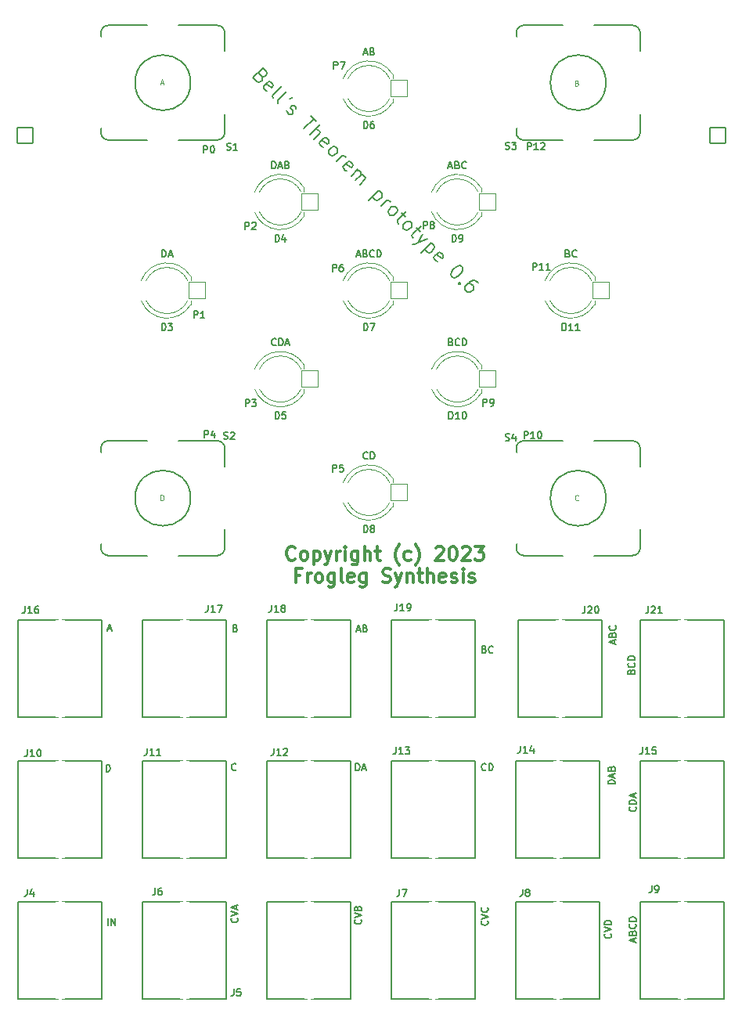
<source format=gbr>
G04 #@! TF.GenerationSoftware,KiCad,Pcbnew,(6.0.5-0)*
G04 #@! TF.CreationDate,2023-09-16T19:39:01-05:00*
G04 #@! TF.ProjectId,bells-venn,62656c6c-732d-4766-956e-6e2e6b696361,rev?*
G04 #@! TF.SameCoordinates,Original*
G04 #@! TF.FileFunction,Legend,Top*
G04 #@! TF.FilePolarity,Positive*
%FSLAX46Y46*%
G04 Gerber Fmt 4.6, Leading zero omitted, Abs format (unit mm)*
G04 Created by KiCad (PCBNEW (6.0.5-0)) date 2023-09-16 19:39:01*
%MOMM*%
%LPD*%
G01*
G04 APERTURE LIST*
G04 Aperture macros list*
%AMRoundRect*
0 Rectangle with rounded corners*
0 $1 Rounding radius*
0 $2 $3 $4 $5 $6 $7 $8 $9 X,Y pos of 4 corners*
0 Add a 4 corners polygon primitive as box body*
4,1,4,$2,$3,$4,$5,$6,$7,$8,$9,$2,$3,0*
0 Add four circle primitives for the rounded corners*
1,1,$1+$1,$2,$3*
1,1,$1+$1,$4,$5*
1,1,$1+$1,$6,$7*
1,1,$1+$1,$8,$9*
0 Add four rect primitives between the rounded corners*
20,1,$1+$1,$2,$3,$4,$5,0*
20,1,$1+$1,$4,$5,$6,$7,0*
20,1,$1+$1,$6,$7,$8,$9,0*
20,1,$1+$1,$8,$9,$2,$3,0*%
G04 Aperture macros list end*
%ADD10C,0.150000*%
%ADD11C,0.300000*%
%ADD12C,0.190500*%
%ADD13C,0.152400*%
%ADD14C,0.121920*%
%ADD15C,0.120000*%
%ADD16C,0.203200*%
%ADD17C,3.102000*%
%ADD18C,2.352000*%
%ADD19RoundRect,0.051000X0.900000X0.900000X-0.900000X0.900000X-0.900000X-0.900000X0.900000X-0.900000X0*%
%ADD20C,1.902000*%
%ADD21C,1.880000*%
%ADD22C,3.252000*%
%ADD23C,3.251999*%
%ADD24C,3.302000*%
%ADD25RoundRect,0.051000X0.850000X0.850000X-0.850000X0.850000X-0.850000X-0.850000X0.850000X-0.850000X0*%
%ADD26O,1.802000X1.802000*%
G04 APERTURE END LIST*
D10*
X138901508Y-34963161D02*
X139004140Y-35168424D01*
X139004140Y-35271056D01*
X138952824Y-35425003D01*
X138798877Y-35578950D01*
X138644930Y-35630266D01*
X138542298Y-35630266D01*
X138388351Y-35578950D01*
X137977825Y-35168424D01*
X139055456Y-34090793D01*
X139414666Y-34450004D01*
X139465982Y-34603951D01*
X139465982Y-34706582D01*
X139414666Y-34860530D01*
X139312034Y-34963161D01*
X139158087Y-35014477D01*
X139055456Y-35014477D01*
X138901508Y-34963161D01*
X138542298Y-34603951D01*
X139517297Y-36605265D02*
X139363350Y-36553949D01*
X139158087Y-36348686D01*
X139106771Y-36194739D01*
X139158087Y-36040792D01*
X139568613Y-35630266D01*
X139722560Y-35578950D01*
X139876508Y-35630266D01*
X140081771Y-35835529D01*
X140133086Y-35989476D01*
X140081771Y-36143423D01*
X139979139Y-36246055D01*
X139363350Y-35835529D01*
X140133086Y-37323686D02*
X140081771Y-37169738D01*
X140133086Y-37015791D01*
X141056770Y-36092108D01*
X140697560Y-37888159D02*
X140646244Y-37734211D01*
X140697560Y-37580264D01*
X141621243Y-36656581D01*
X142237032Y-37272370D02*
X142185716Y-37323686D01*
X142031769Y-37375001D01*
X141929137Y-37375001D01*
X141621243Y-38709211D02*
X141672559Y-38863158D01*
X141877822Y-39068421D01*
X142031769Y-39119737D01*
X142185716Y-39068421D01*
X142237032Y-39017105D01*
X142288348Y-38863158D01*
X142237032Y-38709211D01*
X142083085Y-38555263D01*
X142031769Y-38401316D01*
X142083085Y-38247369D01*
X142134400Y-38196053D01*
X142288348Y-38144737D01*
X142442295Y-38196053D01*
X142596242Y-38350000D01*
X142647558Y-38503948D01*
X144238346Y-39273684D02*
X144854135Y-39889473D01*
X143468610Y-40659209D02*
X144546241Y-39581578D01*
X144135715Y-41326314D02*
X145213345Y-40248683D01*
X144597556Y-41788156D02*
X145162030Y-41223682D01*
X145213345Y-41069735D01*
X145162030Y-40915788D01*
X145008082Y-40761841D01*
X144854135Y-40710525D01*
X144751504Y-40710525D01*
X145572556Y-42660523D02*
X145418608Y-42609208D01*
X145213345Y-42403945D01*
X145162030Y-42249997D01*
X145213345Y-42096050D01*
X145623871Y-41685524D01*
X145777819Y-41634208D01*
X145931766Y-41685524D01*
X146137029Y-41890787D01*
X146188345Y-42044734D01*
X146137029Y-42198682D01*
X146034397Y-42301313D01*
X145418608Y-41890787D01*
X146188345Y-43378944D02*
X146137029Y-43224997D01*
X146137029Y-43122365D01*
X146188345Y-42968418D01*
X146496239Y-42660523D01*
X146650186Y-42609208D01*
X146752818Y-42609208D01*
X146906765Y-42660523D01*
X147060712Y-42814471D01*
X147112028Y-42968418D01*
X147112028Y-43071049D01*
X147060712Y-43224997D01*
X146752818Y-43532891D01*
X146598871Y-43584207D01*
X146496239Y-43584207D01*
X146342292Y-43532891D01*
X146188345Y-43378944D01*
X147009397Y-44199996D02*
X147727817Y-43481575D01*
X147522554Y-43686838D02*
X147676501Y-43635523D01*
X147779133Y-43635523D01*
X147933080Y-43686838D01*
X148035712Y-43789470D01*
X148138343Y-45226311D02*
X147984396Y-45174995D01*
X147779133Y-44969732D01*
X147727817Y-44815785D01*
X147779133Y-44661838D01*
X148189659Y-44251312D01*
X148343606Y-44199996D01*
X148497553Y-44251312D01*
X148702816Y-44456575D01*
X148754132Y-44610522D01*
X148702816Y-44764469D01*
X148600185Y-44867101D01*
X147984396Y-44456575D01*
X148600185Y-45790784D02*
X149318605Y-45072364D01*
X149215974Y-45174995D02*
X149318605Y-45174995D01*
X149472553Y-45226311D01*
X149626500Y-45380258D01*
X149677816Y-45534205D01*
X149626500Y-45688153D01*
X149062027Y-46252626D01*
X149626500Y-45688153D02*
X149780447Y-45636837D01*
X149934394Y-45688153D01*
X150088342Y-45842100D01*
X150139657Y-45996047D01*
X150088342Y-46149994D01*
X149523868Y-46714468D01*
X151576498Y-47330257D02*
X150498868Y-48407887D01*
X151525183Y-47381572D02*
X151679130Y-47432888D01*
X151884393Y-47638151D01*
X151935709Y-47792098D01*
X151935709Y-47894730D01*
X151884393Y-48048677D01*
X151576498Y-48356572D01*
X151422551Y-48407887D01*
X151319920Y-48407887D01*
X151165972Y-48356572D01*
X150960709Y-48151309D01*
X150909394Y-47997361D01*
X151833077Y-49023676D02*
X152551498Y-48305256D01*
X152346235Y-48510519D02*
X152500182Y-48459203D01*
X152602813Y-48459203D01*
X152756761Y-48510519D01*
X152859392Y-48613150D01*
X152654129Y-49844728D02*
X152602813Y-49690781D01*
X152602813Y-49588150D01*
X152654129Y-49434202D01*
X152962024Y-49126308D01*
X153115971Y-49074992D01*
X153218602Y-49074992D01*
X153372550Y-49126308D01*
X153526497Y-49280255D01*
X153577813Y-49434202D01*
X153577813Y-49536834D01*
X153526497Y-49690781D01*
X153218602Y-49998676D01*
X153064655Y-50049991D01*
X152962024Y-50049991D01*
X152808076Y-49998676D01*
X152654129Y-49844728D01*
X154039654Y-49793413D02*
X154450180Y-50203939D01*
X154552812Y-49588150D02*
X153629128Y-50511833D01*
X153577813Y-50665780D01*
X153629128Y-50819728D01*
X153731760Y-50922359D01*
X154244917Y-51435517D02*
X154193602Y-51281569D01*
X154193602Y-51178938D01*
X154244917Y-51024991D01*
X154552812Y-50717096D01*
X154706759Y-50665780D01*
X154809391Y-50665780D01*
X154963338Y-50717096D01*
X155117285Y-50871043D01*
X155168601Y-51024991D01*
X155168601Y-51127622D01*
X155117285Y-51281569D01*
X154809391Y-51589464D01*
X154655443Y-51640780D01*
X154552812Y-51640780D01*
X154398865Y-51589464D01*
X154244917Y-51435517D01*
X155630443Y-51384201D02*
X156040969Y-51794727D01*
X156143600Y-51178938D02*
X155219917Y-52102621D01*
X155168601Y-52256569D01*
X155219917Y-52410516D01*
X155322548Y-52513147D01*
X156297547Y-52051306D02*
X155835706Y-53026305D01*
X156810705Y-52564463D02*
X155835706Y-53026305D01*
X155476495Y-53180252D01*
X155373864Y-53180252D01*
X155219917Y-53128936D01*
X157221231Y-52974989D02*
X156143600Y-54052620D01*
X157169915Y-53026305D02*
X157323862Y-53077621D01*
X157529125Y-53282884D01*
X157580441Y-53436831D01*
X157580441Y-53539462D01*
X157529125Y-53693410D01*
X157221231Y-54001304D01*
X157067284Y-54052620D01*
X156964652Y-54052620D01*
X156810705Y-54001304D01*
X156605442Y-53796041D01*
X156554126Y-53642094D01*
X157939651Y-55027619D02*
X157785704Y-54976303D01*
X157580441Y-54771040D01*
X157529125Y-54617093D01*
X157580441Y-54463146D01*
X157990967Y-54052620D01*
X158144914Y-54001304D01*
X158298862Y-54052620D01*
X158504125Y-54257883D01*
X158555440Y-54411830D01*
X158504125Y-54565777D01*
X158401493Y-54668409D01*
X157785704Y-54257883D01*
X160505439Y-55540776D02*
X160608070Y-55643408D01*
X160659386Y-55797355D01*
X160659386Y-55899987D01*
X160608070Y-56053934D01*
X160454123Y-56310513D01*
X160197544Y-56567091D01*
X159940965Y-56721039D01*
X159787018Y-56772354D01*
X159684387Y-56772354D01*
X159530439Y-56721039D01*
X159427808Y-56618407D01*
X159376492Y-56464460D01*
X159376492Y-56361828D01*
X159427808Y-56207881D01*
X159581755Y-55951302D01*
X159838334Y-55694724D01*
X160094913Y-55540776D01*
X160248860Y-55489461D01*
X160351491Y-55489461D01*
X160505439Y-55540776D01*
X160351491Y-57336828D02*
X160351491Y-57439459D01*
X160248860Y-57439459D01*
X160248860Y-57336828D01*
X160351491Y-57336828D01*
X160248860Y-57439459D01*
X162301490Y-57336828D02*
X162096227Y-57131565D01*
X161942280Y-57080249D01*
X161839648Y-57080249D01*
X161583069Y-57131565D01*
X161326491Y-57285512D01*
X160915965Y-57696038D01*
X160864649Y-57849985D01*
X160864649Y-57952617D01*
X160915965Y-58106564D01*
X161121228Y-58311827D01*
X161275175Y-58363143D01*
X161377806Y-58363143D01*
X161531754Y-58311827D01*
X161788332Y-58055248D01*
X161839648Y-57901301D01*
X161839648Y-57798669D01*
X161788332Y-57644722D01*
X161583069Y-57439459D01*
X161429122Y-57388143D01*
X161326491Y-57388143D01*
X161172543Y-57439459D01*
D11*
X142533314Y-87186814D02*
X142461885Y-87258242D01*
X142247600Y-87329671D01*
X142104742Y-87329671D01*
X141890457Y-87258242D01*
X141747600Y-87115385D01*
X141676171Y-86972528D01*
X141604742Y-86686814D01*
X141604742Y-86472528D01*
X141676171Y-86186814D01*
X141747600Y-86043957D01*
X141890457Y-85901100D01*
X142104742Y-85829671D01*
X142247600Y-85829671D01*
X142461885Y-85901100D01*
X142533314Y-85972528D01*
X143390457Y-87329671D02*
X143247600Y-87258242D01*
X143176171Y-87186814D01*
X143104742Y-87043957D01*
X143104742Y-86615385D01*
X143176171Y-86472528D01*
X143247600Y-86401100D01*
X143390457Y-86329671D01*
X143604742Y-86329671D01*
X143747600Y-86401100D01*
X143819028Y-86472528D01*
X143890457Y-86615385D01*
X143890457Y-87043957D01*
X143819028Y-87186814D01*
X143747600Y-87258242D01*
X143604742Y-87329671D01*
X143390457Y-87329671D01*
X144533314Y-86329671D02*
X144533314Y-87829671D01*
X144533314Y-86401100D02*
X144676171Y-86329671D01*
X144961885Y-86329671D01*
X145104742Y-86401100D01*
X145176171Y-86472528D01*
X145247600Y-86615385D01*
X145247600Y-87043957D01*
X145176171Y-87186814D01*
X145104742Y-87258242D01*
X144961885Y-87329671D01*
X144676171Y-87329671D01*
X144533314Y-87258242D01*
X145747600Y-86329671D02*
X146104742Y-87329671D01*
X146461885Y-86329671D02*
X146104742Y-87329671D01*
X145961885Y-87686814D01*
X145890457Y-87758242D01*
X145747600Y-87829671D01*
X147033314Y-87329671D02*
X147033314Y-86329671D01*
X147033314Y-86615385D02*
X147104742Y-86472528D01*
X147176171Y-86401100D01*
X147319028Y-86329671D01*
X147461885Y-86329671D01*
X147961885Y-87329671D02*
X147961885Y-86329671D01*
X147961885Y-85829671D02*
X147890457Y-85901100D01*
X147961885Y-85972528D01*
X148033314Y-85901100D01*
X147961885Y-85829671D01*
X147961885Y-85972528D01*
X149319028Y-86329671D02*
X149319028Y-87543957D01*
X149247600Y-87686814D01*
X149176171Y-87758242D01*
X149033314Y-87829671D01*
X148819028Y-87829671D01*
X148676171Y-87758242D01*
X149319028Y-87258242D02*
X149176171Y-87329671D01*
X148890457Y-87329671D01*
X148747600Y-87258242D01*
X148676171Y-87186814D01*
X148604742Y-87043957D01*
X148604742Y-86615385D01*
X148676171Y-86472528D01*
X148747600Y-86401100D01*
X148890457Y-86329671D01*
X149176171Y-86329671D01*
X149319028Y-86401100D01*
X150033314Y-87329671D02*
X150033314Y-85829671D01*
X150676171Y-87329671D02*
X150676171Y-86543957D01*
X150604742Y-86401100D01*
X150461885Y-86329671D01*
X150247600Y-86329671D01*
X150104742Y-86401100D01*
X150033314Y-86472528D01*
X151176171Y-86329671D02*
X151747600Y-86329671D01*
X151390457Y-85829671D02*
X151390457Y-87115385D01*
X151461885Y-87258242D01*
X151604742Y-87329671D01*
X151747600Y-87329671D01*
X153819028Y-87901100D02*
X153747600Y-87829671D01*
X153604742Y-87615385D01*
X153533314Y-87472528D01*
X153461885Y-87258242D01*
X153390457Y-86901100D01*
X153390457Y-86615385D01*
X153461885Y-86258242D01*
X153533314Y-86043957D01*
X153604742Y-85901100D01*
X153747600Y-85686814D01*
X153819028Y-85615385D01*
X155033314Y-87258242D02*
X154890457Y-87329671D01*
X154604742Y-87329671D01*
X154461885Y-87258242D01*
X154390457Y-87186814D01*
X154319028Y-87043957D01*
X154319028Y-86615385D01*
X154390457Y-86472528D01*
X154461885Y-86401100D01*
X154604742Y-86329671D01*
X154890457Y-86329671D01*
X155033314Y-86401100D01*
X155533314Y-87901100D02*
X155604742Y-87829671D01*
X155747600Y-87615385D01*
X155819028Y-87472528D01*
X155890457Y-87258242D01*
X155961885Y-86901100D01*
X155961885Y-86615385D01*
X155890457Y-86258242D01*
X155819028Y-86043957D01*
X155747600Y-85901100D01*
X155604742Y-85686814D01*
X155533314Y-85615385D01*
X157747600Y-85972528D02*
X157819028Y-85901100D01*
X157961885Y-85829671D01*
X158319028Y-85829671D01*
X158461885Y-85901100D01*
X158533314Y-85972528D01*
X158604742Y-86115385D01*
X158604742Y-86258242D01*
X158533314Y-86472528D01*
X157676171Y-87329671D01*
X158604742Y-87329671D01*
X159533314Y-85829671D02*
X159676171Y-85829671D01*
X159819028Y-85901100D01*
X159890457Y-85972528D01*
X159961885Y-86115385D01*
X160033314Y-86401100D01*
X160033314Y-86758242D01*
X159961885Y-87043957D01*
X159890457Y-87186814D01*
X159819028Y-87258242D01*
X159676171Y-87329671D01*
X159533314Y-87329671D01*
X159390457Y-87258242D01*
X159319028Y-87186814D01*
X159247600Y-87043957D01*
X159176171Y-86758242D01*
X159176171Y-86401100D01*
X159247600Y-86115385D01*
X159319028Y-85972528D01*
X159390457Y-85901100D01*
X159533314Y-85829671D01*
X160604742Y-85972528D02*
X160676171Y-85901100D01*
X160819028Y-85829671D01*
X161176171Y-85829671D01*
X161319028Y-85901100D01*
X161390457Y-85972528D01*
X161461885Y-86115385D01*
X161461885Y-86258242D01*
X161390457Y-86472528D01*
X160533314Y-87329671D01*
X161461885Y-87329671D01*
X161961885Y-85829671D02*
X162890457Y-85829671D01*
X162390457Y-86401100D01*
X162604742Y-86401100D01*
X162747600Y-86472528D01*
X162819028Y-86543957D01*
X162890457Y-86686814D01*
X162890457Y-87043957D01*
X162819028Y-87186814D01*
X162747600Y-87258242D01*
X162604742Y-87329671D01*
X162176171Y-87329671D01*
X162033314Y-87258242D01*
X161961885Y-87186814D01*
X143069028Y-88958957D02*
X142569028Y-88958957D01*
X142569028Y-89744671D02*
X142569028Y-88244671D01*
X143283314Y-88244671D01*
X143854742Y-89744671D02*
X143854742Y-88744671D01*
X143854742Y-89030385D02*
X143926171Y-88887528D01*
X143997600Y-88816100D01*
X144140457Y-88744671D01*
X144283314Y-88744671D01*
X144997600Y-89744671D02*
X144854742Y-89673242D01*
X144783314Y-89601814D01*
X144711885Y-89458957D01*
X144711885Y-89030385D01*
X144783314Y-88887528D01*
X144854742Y-88816100D01*
X144997600Y-88744671D01*
X145211885Y-88744671D01*
X145354742Y-88816100D01*
X145426171Y-88887528D01*
X145497600Y-89030385D01*
X145497600Y-89458957D01*
X145426171Y-89601814D01*
X145354742Y-89673242D01*
X145211885Y-89744671D01*
X144997600Y-89744671D01*
X146783314Y-88744671D02*
X146783314Y-89958957D01*
X146711885Y-90101814D01*
X146640457Y-90173242D01*
X146497600Y-90244671D01*
X146283314Y-90244671D01*
X146140457Y-90173242D01*
X146783314Y-89673242D02*
X146640457Y-89744671D01*
X146354742Y-89744671D01*
X146211885Y-89673242D01*
X146140457Y-89601814D01*
X146069028Y-89458957D01*
X146069028Y-89030385D01*
X146140457Y-88887528D01*
X146211885Y-88816100D01*
X146354742Y-88744671D01*
X146640457Y-88744671D01*
X146783314Y-88816100D01*
X147711885Y-89744671D02*
X147569028Y-89673242D01*
X147497600Y-89530385D01*
X147497600Y-88244671D01*
X148854742Y-89673242D02*
X148711885Y-89744671D01*
X148426171Y-89744671D01*
X148283314Y-89673242D01*
X148211885Y-89530385D01*
X148211885Y-88958957D01*
X148283314Y-88816100D01*
X148426171Y-88744671D01*
X148711885Y-88744671D01*
X148854742Y-88816100D01*
X148926171Y-88958957D01*
X148926171Y-89101814D01*
X148211885Y-89244671D01*
X150211885Y-88744671D02*
X150211885Y-89958957D01*
X150140457Y-90101814D01*
X150069028Y-90173242D01*
X149926171Y-90244671D01*
X149711885Y-90244671D01*
X149569028Y-90173242D01*
X150211885Y-89673242D02*
X150069028Y-89744671D01*
X149783314Y-89744671D01*
X149640457Y-89673242D01*
X149569028Y-89601814D01*
X149497600Y-89458957D01*
X149497600Y-89030385D01*
X149569028Y-88887528D01*
X149640457Y-88816100D01*
X149783314Y-88744671D01*
X150069028Y-88744671D01*
X150211885Y-88816100D01*
X151997600Y-89673242D02*
X152211885Y-89744671D01*
X152569028Y-89744671D01*
X152711885Y-89673242D01*
X152783314Y-89601814D01*
X152854742Y-89458957D01*
X152854742Y-89316100D01*
X152783314Y-89173242D01*
X152711885Y-89101814D01*
X152569028Y-89030385D01*
X152283314Y-88958957D01*
X152140457Y-88887528D01*
X152069028Y-88816100D01*
X151997600Y-88673242D01*
X151997600Y-88530385D01*
X152069028Y-88387528D01*
X152140457Y-88316100D01*
X152283314Y-88244671D01*
X152640457Y-88244671D01*
X152854742Y-88316100D01*
X153354742Y-88744671D02*
X153711885Y-89744671D01*
X154069028Y-88744671D02*
X153711885Y-89744671D01*
X153569028Y-90101814D01*
X153497600Y-90173242D01*
X153354742Y-90244671D01*
X154640457Y-88744671D02*
X154640457Y-89744671D01*
X154640457Y-88887528D02*
X154711885Y-88816100D01*
X154854742Y-88744671D01*
X155069028Y-88744671D01*
X155211885Y-88816100D01*
X155283314Y-88958957D01*
X155283314Y-89744671D01*
X155783314Y-88744671D02*
X156354742Y-88744671D01*
X155997600Y-88244671D02*
X155997600Y-89530385D01*
X156069028Y-89673242D01*
X156211885Y-89744671D01*
X156354742Y-89744671D01*
X156854742Y-89744671D02*
X156854742Y-88244671D01*
X157497600Y-89744671D02*
X157497600Y-88958957D01*
X157426171Y-88816100D01*
X157283314Y-88744671D01*
X157069028Y-88744671D01*
X156926171Y-88816100D01*
X156854742Y-88887528D01*
X158783314Y-89673242D02*
X158640457Y-89744671D01*
X158354742Y-89744671D01*
X158211885Y-89673242D01*
X158140457Y-89530385D01*
X158140457Y-88958957D01*
X158211885Y-88816100D01*
X158354742Y-88744671D01*
X158640457Y-88744671D01*
X158783314Y-88816100D01*
X158854742Y-88958957D01*
X158854742Y-89101814D01*
X158140457Y-89244671D01*
X159426171Y-89673242D02*
X159569028Y-89744671D01*
X159854742Y-89744671D01*
X159997600Y-89673242D01*
X160069028Y-89530385D01*
X160069028Y-89458957D01*
X159997600Y-89316100D01*
X159854742Y-89244671D01*
X159640457Y-89244671D01*
X159497600Y-89173242D01*
X159426171Y-89030385D01*
X159426171Y-88958957D01*
X159497600Y-88816100D01*
X159640457Y-88744671D01*
X159854742Y-88744671D01*
X159997600Y-88816100D01*
X160711885Y-89744671D02*
X160711885Y-88744671D01*
X160711885Y-88244671D02*
X160640457Y-88316100D01*
X160711885Y-88387528D01*
X160783314Y-88316100D01*
X160711885Y-88244671D01*
X160711885Y-88387528D01*
X161354742Y-89673242D02*
X161497599Y-89744671D01*
X161783314Y-89744671D01*
X161926171Y-89673242D01*
X161997599Y-89530385D01*
X161997599Y-89458957D01*
X161926171Y-89316100D01*
X161783314Y-89244671D01*
X161569028Y-89244671D01*
X161426171Y-89173242D01*
X161354742Y-89030385D01*
X161354742Y-88958957D01*
X161426171Y-88816100D01*
X161569028Y-88744671D01*
X161783314Y-88744671D01*
X161926171Y-88816100D01*
D12*
X168238714Y-55945314D02*
X168238714Y-55183314D01*
X168529000Y-55183314D01*
X168601571Y-55219600D01*
X168637857Y-55255885D01*
X168674142Y-55328457D01*
X168674142Y-55437314D01*
X168637857Y-55509885D01*
X168601571Y-55546171D01*
X168529000Y-55582457D01*
X168238714Y-55582457D01*
X169399857Y-55945314D02*
X168964428Y-55945314D01*
X169182142Y-55945314D02*
X169182142Y-55183314D01*
X169109571Y-55292171D01*
X169037000Y-55364742D01*
X168964428Y-55401028D01*
X170125571Y-55945314D02*
X169690142Y-55945314D01*
X169907857Y-55945314D02*
X169907857Y-55183314D01*
X169835285Y-55292171D01*
X169762714Y-55364742D01*
X169690142Y-55401028D01*
X132711371Y-74080914D02*
X132711371Y-73318914D01*
X133001657Y-73318914D01*
X133074228Y-73355200D01*
X133110514Y-73391485D01*
X133146800Y-73464057D01*
X133146800Y-73572914D01*
X133110514Y-73645485D01*
X133074228Y-73681771D01*
X133001657Y-73718057D01*
X132711371Y-73718057D01*
X133799942Y-73572914D02*
X133799942Y-74080914D01*
X133618514Y-73282628D02*
X133437085Y-73826914D01*
X133908800Y-73826914D01*
X132635171Y-43270714D02*
X132635171Y-42508714D01*
X132925457Y-42508714D01*
X132998028Y-42545000D01*
X133034314Y-42581285D01*
X133070600Y-42653857D01*
X133070600Y-42762714D01*
X133034314Y-42835285D01*
X132998028Y-42871571D01*
X132925457Y-42907857D01*
X132635171Y-42907857D01*
X133542314Y-42508714D02*
X133614885Y-42508714D01*
X133687457Y-42545000D01*
X133723742Y-42581285D01*
X133760028Y-42653857D01*
X133796314Y-42799000D01*
X133796314Y-42980428D01*
X133760028Y-43125571D01*
X133723742Y-43198142D01*
X133687457Y-43234428D01*
X133614885Y-43270714D01*
X133542314Y-43270714D01*
X133469742Y-43234428D01*
X133433457Y-43198142D01*
X133397171Y-43125571D01*
X133360885Y-42980428D01*
X133360885Y-42799000D01*
X133397171Y-42653857D01*
X133433457Y-42581285D01*
X133469742Y-42545000D01*
X133542314Y-42508714D01*
X167654514Y-42940514D02*
X167654514Y-42178514D01*
X167944800Y-42178514D01*
X168017371Y-42214800D01*
X168053657Y-42251085D01*
X168089942Y-42323657D01*
X168089942Y-42432514D01*
X168053657Y-42505085D01*
X168017371Y-42541371D01*
X167944800Y-42577657D01*
X167654514Y-42577657D01*
X168815657Y-42940514D02*
X168380228Y-42940514D01*
X168597942Y-42940514D02*
X168597942Y-42178514D01*
X168525371Y-42287371D01*
X168452800Y-42359942D01*
X168380228Y-42396228D01*
X169105942Y-42251085D02*
X169142228Y-42214800D01*
X169214800Y-42178514D01*
X169396228Y-42178514D01*
X169468800Y-42214800D01*
X169505085Y-42251085D01*
X169541371Y-42323657D01*
X169541371Y-42396228D01*
X169505085Y-42505085D01*
X169069657Y-42940514D01*
X169541371Y-42940514D01*
X167298914Y-74157114D02*
X167298914Y-73395114D01*
X167589200Y-73395114D01*
X167661771Y-73431400D01*
X167698057Y-73467685D01*
X167734342Y-73540257D01*
X167734342Y-73649114D01*
X167698057Y-73721685D01*
X167661771Y-73757971D01*
X167589200Y-73794257D01*
X167298914Y-73794257D01*
X168460057Y-74157114D02*
X168024628Y-74157114D01*
X168242342Y-74157114D02*
X168242342Y-73395114D01*
X168169771Y-73503971D01*
X168097200Y-73576542D01*
X168024628Y-73612828D01*
X168931771Y-73395114D02*
X169004342Y-73395114D01*
X169076914Y-73431400D01*
X169113200Y-73467685D01*
X169149485Y-73540257D01*
X169185771Y-73685400D01*
X169185771Y-73866828D01*
X169149485Y-74011971D01*
X169113200Y-74084542D01*
X169076914Y-74120828D01*
X169004342Y-74157114D01*
X168931771Y-74157114D01*
X168859200Y-74120828D01*
X168822914Y-74084542D01*
X168786628Y-74011971D01*
X168750342Y-73866828D01*
X168750342Y-73685400D01*
X168786628Y-73540257D01*
X168822914Y-73467685D01*
X168859200Y-73431400D01*
X168931771Y-73395114D01*
X146706771Y-34177514D02*
X146706771Y-33415514D01*
X146997057Y-33415514D01*
X147069628Y-33451800D01*
X147105914Y-33488085D01*
X147142200Y-33560657D01*
X147142200Y-33669514D01*
X147105914Y-33742085D01*
X147069628Y-33778371D01*
X146997057Y-33814657D01*
X146706771Y-33814657D01*
X147396200Y-33415514D02*
X147904200Y-33415514D01*
X147577628Y-34177514D01*
X137156371Y-70702714D02*
X137156371Y-69940714D01*
X137446657Y-69940714D01*
X137519228Y-69977000D01*
X137555514Y-70013285D01*
X137591800Y-70085857D01*
X137591800Y-70194714D01*
X137555514Y-70267285D01*
X137519228Y-70303571D01*
X137446657Y-70339857D01*
X137156371Y-70339857D01*
X137845800Y-69940714D02*
X138317514Y-69940714D01*
X138063514Y-70231000D01*
X138172371Y-70231000D01*
X138244942Y-70267285D01*
X138281228Y-70303571D01*
X138317514Y-70376142D01*
X138317514Y-70557571D01*
X138281228Y-70630142D01*
X138244942Y-70666428D01*
X138172371Y-70702714D01*
X137954657Y-70702714D01*
X137882085Y-70666428D01*
X137845800Y-70630142D01*
X146605171Y-77763914D02*
X146605171Y-77001914D01*
X146895457Y-77001914D01*
X146968028Y-77038200D01*
X147004314Y-77074485D01*
X147040600Y-77147057D01*
X147040600Y-77255914D01*
X147004314Y-77328485D01*
X146968028Y-77364771D01*
X146895457Y-77401057D01*
X146605171Y-77401057D01*
X147730028Y-77001914D02*
X147367171Y-77001914D01*
X147330885Y-77364771D01*
X147367171Y-77328485D01*
X147439742Y-77292200D01*
X147621171Y-77292200D01*
X147693742Y-77328485D01*
X147730028Y-77364771D01*
X147766314Y-77437342D01*
X147766314Y-77618771D01*
X147730028Y-77691342D01*
X147693742Y-77727628D01*
X147621171Y-77763914D01*
X147439742Y-77763914D01*
X147367171Y-77727628D01*
X147330885Y-77691342D01*
X156409571Y-51474914D02*
X156409571Y-50712914D01*
X156699857Y-50712914D01*
X156772428Y-50749200D01*
X156808714Y-50785485D01*
X156845000Y-50858057D01*
X156845000Y-50966914D01*
X156808714Y-51039485D01*
X156772428Y-51075771D01*
X156699857Y-51112057D01*
X156409571Y-51112057D01*
X157280428Y-51039485D02*
X157207857Y-51003200D01*
X157171571Y-50966914D01*
X157135285Y-50894342D01*
X157135285Y-50858057D01*
X157171571Y-50785485D01*
X157207857Y-50749200D01*
X157280428Y-50712914D01*
X157425571Y-50712914D01*
X157498142Y-50749200D01*
X157534428Y-50785485D01*
X157570714Y-50858057D01*
X157570714Y-50894342D01*
X157534428Y-50966914D01*
X157498142Y-51003200D01*
X157425571Y-51039485D01*
X157280428Y-51039485D01*
X157207857Y-51075771D01*
X157171571Y-51112057D01*
X157135285Y-51184628D01*
X157135285Y-51329771D01*
X157171571Y-51402342D01*
X157207857Y-51438628D01*
X157280428Y-51474914D01*
X157425571Y-51474914D01*
X157498142Y-51438628D01*
X157534428Y-51402342D01*
X157570714Y-51329771D01*
X157570714Y-51184628D01*
X157534428Y-51112057D01*
X157498142Y-51075771D01*
X157425571Y-51039485D01*
X162861171Y-70651914D02*
X162861171Y-69889914D01*
X163151457Y-69889914D01*
X163224028Y-69926200D01*
X163260314Y-69962485D01*
X163296600Y-70035057D01*
X163296600Y-70143914D01*
X163260314Y-70216485D01*
X163224028Y-70252771D01*
X163151457Y-70289057D01*
X162861171Y-70289057D01*
X163659457Y-70651914D02*
X163804600Y-70651914D01*
X163877171Y-70615628D01*
X163913457Y-70579342D01*
X163986028Y-70470485D01*
X164022314Y-70325342D01*
X164022314Y-70035057D01*
X163986028Y-69962485D01*
X163949742Y-69926200D01*
X163877171Y-69889914D01*
X163732028Y-69889914D01*
X163659457Y-69926200D01*
X163623171Y-69962485D01*
X163586885Y-70035057D01*
X163586885Y-70216485D01*
X163623171Y-70289057D01*
X163659457Y-70325342D01*
X163732028Y-70361628D01*
X163877171Y-70361628D01*
X163949742Y-70325342D01*
X163986028Y-70289057D01*
X164022314Y-70216485D01*
X146579771Y-56097714D02*
X146579771Y-55335714D01*
X146870057Y-55335714D01*
X146942628Y-55372000D01*
X146978914Y-55408285D01*
X147015200Y-55480857D01*
X147015200Y-55589714D01*
X146978914Y-55662285D01*
X146942628Y-55698571D01*
X146870057Y-55734857D01*
X146579771Y-55734857D01*
X147668342Y-55335714D02*
X147523200Y-55335714D01*
X147450628Y-55372000D01*
X147414342Y-55408285D01*
X147341771Y-55517142D01*
X147305485Y-55662285D01*
X147305485Y-55952571D01*
X147341771Y-56025142D01*
X147378057Y-56061428D01*
X147450628Y-56097714D01*
X147595771Y-56097714D01*
X147668342Y-56061428D01*
X147704628Y-56025142D01*
X147740914Y-55952571D01*
X147740914Y-55771142D01*
X147704628Y-55698571D01*
X147668342Y-55662285D01*
X147595771Y-55626000D01*
X147450628Y-55626000D01*
X147378057Y-55662285D01*
X147341771Y-55698571D01*
X147305485Y-55771142D01*
X131568371Y-61152314D02*
X131568371Y-60390314D01*
X131858657Y-60390314D01*
X131931228Y-60426600D01*
X131967514Y-60462885D01*
X132003800Y-60535457D01*
X132003800Y-60644314D01*
X131967514Y-60716885D01*
X131931228Y-60753171D01*
X131858657Y-60789457D01*
X131568371Y-60789457D01*
X132729514Y-61152314D02*
X132294085Y-61152314D01*
X132511800Y-61152314D02*
X132511800Y-60390314D01*
X132439228Y-60499171D01*
X132366657Y-60571742D01*
X132294085Y-60608028D01*
X137130971Y-51551114D02*
X137130971Y-50789114D01*
X137421257Y-50789114D01*
X137493828Y-50825400D01*
X137530114Y-50861685D01*
X137566400Y-50934257D01*
X137566400Y-51043114D01*
X137530114Y-51115685D01*
X137493828Y-51151971D01*
X137421257Y-51188257D01*
X137130971Y-51188257D01*
X137856685Y-50861685D02*
X137892971Y-50825400D01*
X137965542Y-50789114D01*
X138146971Y-50789114D01*
X138219542Y-50825400D01*
X138255828Y-50861685D01*
X138292114Y-50934257D01*
X138292114Y-51006828D01*
X138255828Y-51115685D01*
X137820400Y-51551114D01*
X138292114Y-51551114D01*
D13*
X140226142Y-107659714D02*
X140226142Y-108204000D01*
X140189857Y-108312857D01*
X140117285Y-108385428D01*
X140008428Y-108421714D01*
X139935857Y-108421714D01*
X140988142Y-108421714D02*
X140552714Y-108421714D01*
X140770428Y-108421714D02*
X140770428Y-107659714D01*
X140697857Y-107768571D01*
X140625285Y-107841142D01*
X140552714Y-107877428D01*
X141278428Y-107732285D02*
X141314714Y-107696000D01*
X141387285Y-107659714D01*
X141568714Y-107659714D01*
X141641285Y-107696000D01*
X141677571Y-107732285D01*
X141713857Y-107804857D01*
X141713857Y-107877428D01*
X141677571Y-107986285D01*
X141242142Y-108421714D01*
X141713857Y-108421714D01*
X149079857Y-110072714D02*
X149079857Y-109310714D01*
X149261285Y-109310714D01*
X149370142Y-109347000D01*
X149442714Y-109419571D01*
X149479000Y-109492142D01*
X149515285Y-109637285D01*
X149515285Y-109746142D01*
X149479000Y-109891285D01*
X149442714Y-109963857D01*
X149370142Y-110036428D01*
X149261285Y-110072714D01*
X149079857Y-110072714D01*
X149805571Y-109855000D02*
X150168428Y-109855000D01*
X149733000Y-110072714D02*
X149987000Y-109310714D01*
X150241000Y-110072714D01*
X166896142Y-107405714D02*
X166896142Y-107950000D01*
X166859857Y-108058857D01*
X166787285Y-108131428D01*
X166678428Y-108167714D01*
X166605857Y-108167714D01*
X167658142Y-108167714D02*
X167222714Y-108167714D01*
X167440428Y-108167714D02*
X167440428Y-107405714D01*
X167367857Y-107514571D01*
X167295285Y-107587142D01*
X167222714Y-107623428D01*
X168311285Y-107659714D02*
X168311285Y-108167714D01*
X168129857Y-107369428D02*
X167948428Y-107913714D01*
X168420142Y-107913714D01*
X177128714Y-111524142D02*
X176366714Y-111524142D01*
X176366714Y-111342714D01*
X176403000Y-111233857D01*
X176475571Y-111161285D01*
X176548142Y-111125000D01*
X176693285Y-111088714D01*
X176802142Y-111088714D01*
X176947285Y-111125000D01*
X177019857Y-111161285D01*
X177092428Y-111233857D01*
X177128714Y-111342714D01*
X177128714Y-111524142D01*
X176911000Y-110798428D02*
X176911000Y-110435571D01*
X177128714Y-110871000D02*
X176366714Y-110617000D01*
X177128714Y-110363000D01*
X176729571Y-109855000D02*
X176765857Y-109746142D01*
X176802142Y-109709857D01*
X176874714Y-109673571D01*
X176983571Y-109673571D01*
X177056142Y-109709857D01*
X177092428Y-109746142D01*
X177128714Y-109818714D01*
X177128714Y-110109000D01*
X176366714Y-110109000D01*
X176366714Y-109855000D01*
X176403000Y-109782428D01*
X176439285Y-109746142D01*
X176511857Y-109709857D01*
X176584428Y-109709857D01*
X176657000Y-109746142D01*
X176693285Y-109782428D01*
X176729571Y-109855000D01*
X176729571Y-110109000D01*
X153434142Y-107532714D02*
X153434142Y-108077000D01*
X153397857Y-108185857D01*
X153325285Y-108258428D01*
X153216428Y-108294714D01*
X153143857Y-108294714D01*
X154196142Y-108294714D02*
X153760714Y-108294714D01*
X153978428Y-108294714D02*
X153978428Y-107532714D01*
X153905857Y-107641571D01*
X153833285Y-107714142D01*
X153760714Y-107750428D01*
X154450142Y-107532714D02*
X154921857Y-107532714D01*
X154667857Y-107823000D01*
X154776714Y-107823000D01*
X154849285Y-107859285D01*
X154885571Y-107895571D01*
X154921857Y-107968142D01*
X154921857Y-108149571D01*
X154885571Y-108222142D01*
X154849285Y-108258428D01*
X154776714Y-108294714D01*
X154559000Y-108294714D01*
X154486428Y-108258428D01*
X154450142Y-108222142D01*
X163176857Y-110000142D02*
X163140571Y-110036428D01*
X163031714Y-110072714D01*
X162959142Y-110072714D01*
X162850285Y-110036428D01*
X162777714Y-109963857D01*
X162741428Y-109891285D01*
X162705142Y-109746142D01*
X162705142Y-109637285D01*
X162741428Y-109492142D01*
X162777714Y-109419571D01*
X162850285Y-109347000D01*
X162959142Y-109310714D01*
X163031714Y-109310714D01*
X163140571Y-109347000D01*
X163176857Y-109383285D01*
X163503428Y-110072714D02*
X163503428Y-109310714D01*
X163684857Y-109310714D01*
X163793714Y-109347000D01*
X163866285Y-109419571D01*
X163902571Y-109492142D01*
X163938857Y-109637285D01*
X163938857Y-109746142D01*
X163902571Y-109891285D01*
X163866285Y-109963857D01*
X163793714Y-110036428D01*
X163684857Y-110072714D01*
X163503428Y-110072714D01*
X126510142Y-107659714D02*
X126510142Y-108204000D01*
X126473857Y-108312857D01*
X126401285Y-108385428D01*
X126292428Y-108421714D01*
X126219857Y-108421714D01*
X127272142Y-108421714D02*
X126836714Y-108421714D01*
X127054428Y-108421714D02*
X127054428Y-107659714D01*
X126981857Y-107768571D01*
X126909285Y-107841142D01*
X126836714Y-107877428D01*
X127997857Y-108421714D02*
X127562428Y-108421714D01*
X127780142Y-108421714D02*
X127780142Y-107659714D01*
X127707571Y-107768571D01*
X127635000Y-107841142D01*
X127562428Y-107877428D01*
X136125857Y-110000142D02*
X136089571Y-110036428D01*
X135980714Y-110072714D01*
X135908142Y-110072714D01*
X135799285Y-110036428D01*
X135726714Y-109963857D01*
X135690428Y-109891285D01*
X135654142Y-109746142D01*
X135654142Y-109637285D01*
X135690428Y-109492142D01*
X135726714Y-109419571D01*
X135799285Y-109347000D01*
X135908142Y-109310714D01*
X135980714Y-109310714D01*
X136089571Y-109347000D01*
X136125857Y-109383285D01*
D10*
D13*
X140369471Y-52894914D02*
X140369471Y-52132914D01*
X140550900Y-52132914D01*
X140659757Y-52169200D01*
X140732328Y-52241771D01*
X140768614Y-52314342D01*
X140804900Y-52459485D01*
X140804900Y-52568342D01*
X140768614Y-52713485D01*
X140732328Y-52786057D01*
X140659757Y-52858628D01*
X140550900Y-52894914D01*
X140369471Y-52894914D01*
X141458042Y-52386914D02*
X141458042Y-52894914D01*
X141276614Y-52096628D02*
X141095185Y-52640914D01*
X141566900Y-52640914D01*
X140024757Y-44974914D02*
X140024757Y-44212914D01*
X140206185Y-44212914D01*
X140315042Y-44249200D01*
X140387614Y-44321771D01*
X140423900Y-44394342D01*
X140460185Y-44539485D01*
X140460185Y-44648342D01*
X140423900Y-44793485D01*
X140387614Y-44866057D01*
X140315042Y-44938628D01*
X140206185Y-44974914D01*
X140024757Y-44974914D01*
X140750471Y-44757200D02*
X141113328Y-44757200D01*
X140677900Y-44974914D02*
X140931900Y-44212914D01*
X141185900Y-44974914D01*
X141693900Y-44575771D02*
X141802757Y-44612057D01*
X141839042Y-44648342D01*
X141875328Y-44720914D01*
X141875328Y-44829771D01*
X141839042Y-44902342D01*
X141802757Y-44938628D01*
X141730185Y-44974914D01*
X141439900Y-44974914D01*
X141439900Y-44212914D01*
X141693900Y-44212914D01*
X141766471Y-44249200D01*
X141802757Y-44285485D01*
X141839042Y-44358057D01*
X141839042Y-44430628D01*
X141802757Y-44503200D01*
X141766471Y-44539485D01*
X141693900Y-44575771D01*
X141439900Y-44575771D01*
X140369471Y-72046514D02*
X140369471Y-71284514D01*
X140550900Y-71284514D01*
X140659757Y-71320800D01*
X140732328Y-71393371D01*
X140768614Y-71465942D01*
X140804900Y-71611085D01*
X140804900Y-71719942D01*
X140768614Y-71865085D01*
X140732328Y-71937657D01*
X140659757Y-72010228D01*
X140550900Y-72046514D01*
X140369471Y-72046514D01*
X141494328Y-71284514D02*
X141131471Y-71284514D01*
X141095185Y-71647371D01*
X141131471Y-71611085D01*
X141204042Y-71574800D01*
X141385471Y-71574800D01*
X141458042Y-71611085D01*
X141494328Y-71647371D01*
X141530614Y-71719942D01*
X141530614Y-71901371D01*
X141494328Y-71973942D01*
X141458042Y-72010228D01*
X141385471Y-72046514D01*
X141204042Y-72046514D01*
X141131471Y-72010228D01*
X141095185Y-71973942D01*
X140460185Y-64053942D02*
X140423900Y-64090228D01*
X140315042Y-64126514D01*
X140242471Y-64126514D01*
X140133614Y-64090228D01*
X140061042Y-64017657D01*
X140024757Y-63945085D01*
X139988471Y-63799942D01*
X139988471Y-63691085D01*
X140024757Y-63545942D01*
X140061042Y-63473371D01*
X140133614Y-63400800D01*
X140242471Y-63364514D01*
X140315042Y-63364514D01*
X140423900Y-63400800D01*
X140460185Y-63437085D01*
X140786757Y-64126514D02*
X140786757Y-63364514D01*
X140968185Y-63364514D01*
X141077042Y-63400800D01*
X141149614Y-63473371D01*
X141185900Y-63545942D01*
X141222185Y-63691085D01*
X141222185Y-63799942D01*
X141185900Y-63945085D01*
X141149614Y-64017657D01*
X141077042Y-64090228D01*
X140968185Y-64126514D01*
X140786757Y-64126514D01*
X141512471Y-63908800D02*
X141875328Y-63908800D01*
X141439900Y-64126514D02*
X141693900Y-63364514D01*
X141947900Y-64126514D01*
X149945271Y-62470714D02*
X149945271Y-61708714D01*
X150126700Y-61708714D01*
X150235557Y-61745000D01*
X150308128Y-61817571D01*
X150344414Y-61890142D01*
X150380700Y-62035285D01*
X150380700Y-62144142D01*
X150344414Y-62289285D01*
X150308128Y-62361857D01*
X150235557Y-62434428D01*
X150126700Y-62470714D01*
X149945271Y-62470714D01*
X150634700Y-61708714D02*
X151142700Y-61708714D01*
X150816128Y-62470714D01*
X149183271Y-54333000D02*
X149546128Y-54333000D01*
X149110700Y-54550714D02*
X149364700Y-53788714D01*
X149618700Y-54550714D01*
X150126700Y-54151571D02*
X150235557Y-54187857D01*
X150271842Y-54224142D01*
X150308128Y-54296714D01*
X150308128Y-54405571D01*
X150271842Y-54478142D01*
X150235557Y-54514428D01*
X150162985Y-54550714D01*
X149872700Y-54550714D01*
X149872700Y-53788714D01*
X150126700Y-53788714D01*
X150199271Y-53825000D01*
X150235557Y-53861285D01*
X150271842Y-53933857D01*
X150271842Y-54006428D01*
X150235557Y-54079000D01*
X150199271Y-54115285D01*
X150126700Y-54151571D01*
X149872700Y-54151571D01*
X151070128Y-54478142D02*
X151033842Y-54514428D01*
X150924985Y-54550714D01*
X150852414Y-54550714D01*
X150743557Y-54514428D01*
X150670985Y-54441857D01*
X150634700Y-54369285D01*
X150598414Y-54224142D01*
X150598414Y-54115285D01*
X150634700Y-53970142D01*
X150670985Y-53897571D01*
X150743557Y-53825000D01*
X150852414Y-53788714D01*
X150924985Y-53788714D01*
X151033842Y-53825000D01*
X151070128Y-53861285D01*
X151396700Y-54550714D02*
X151396700Y-53788714D01*
X151578128Y-53788714D01*
X151686985Y-53825000D01*
X151759557Y-53897571D01*
X151795842Y-53970142D01*
X151832128Y-54115285D01*
X151832128Y-54224142D01*
X151795842Y-54369285D01*
X151759557Y-54441857D01*
X151686985Y-54514428D01*
X151578128Y-54550714D01*
X151396700Y-54550714D01*
X149945271Y-84314714D02*
X149945271Y-83552714D01*
X150126700Y-83552714D01*
X150235557Y-83589000D01*
X150308128Y-83661571D01*
X150344414Y-83734142D01*
X150380700Y-83879285D01*
X150380700Y-83988142D01*
X150344414Y-84133285D01*
X150308128Y-84205857D01*
X150235557Y-84278428D01*
X150126700Y-84314714D01*
X149945271Y-84314714D01*
X150816128Y-83879285D02*
X150743557Y-83843000D01*
X150707271Y-83806714D01*
X150670985Y-83734142D01*
X150670985Y-83697857D01*
X150707271Y-83625285D01*
X150743557Y-83589000D01*
X150816128Y-83552714D01*
X150961271Y-83552714D01*
X151033842Y-83589000D01*
X151070128Y-83625285D01*
X151106414Y-83697857D01*
X151106414Y-83734142D01*
X151070128Y-83806714D01*
X151033842Y-83843000D01*
X150961271Y-83879285D01*
X150816128Y-83879285D01*
X150743557Y-83915571D01*
X150707271Y-83951857D01*
X150670985Y-84024428D01*
X150670985Y-84169571D01*
X150707271Y-84242142D01*
X150743557Y-84278428D01*
X150816128Y-84314714D01*
X150961271Y-84314714D01*
X151033842Y-84278428D01*
X151070128Y-84242142D01*
X151106414Y-84169571D01*
X151106414Y-84024428D01*
X151070128Y-83951857D01*
X151033842Y-83915571D01*
X150961271Y-83879285D01*
X150362557Y-76322142D02*
X150326271Y-76358428D01*
X150217414Y-76394714D01*
X150144842Y-76394714D01*
X150035985Y-76358428D01*
X149963414Y-76285857D01*
X149927128Y-76213285D01*
X149890842Y-76068142D01*
X149890842Y-75959285D01*
X149927128Y-75814142D01*
X149963414Y-75741571D01*
X150035985Y-75669000D01*
X150144842Y-75632714D01*
X150217414Y-75632714D01*
X150326271Y-75669000D01*
X150362557Y-75705285D01*
X150689128Y-76394714D02*
X150689128Y-75632714D01*
X150870557Y-75632714D01*
X150979414Y-75669000D01*
X151051985Y-75741571D01*
X151088271Y-75814142D01*
X151124557Y-75959285D01*
X151124557Y-76068142D01*
X151088271Y-76213285D01*
X151051985Y-76285857D01*
X150979414Y-76358428D01*
X150870557Y-76394714D01*
X150689128Y-76394714D01*
X159521071Y-52894914D02*
X159521071Y-52132914D01*
X159702500Y-52132914D01*
X159811357Y-52169200D01*
X159883928Y-52241771D01*
X159920214Y-52314342D01*
X159956500Y-52459485D01*
X159956500Y-52568342D01*
X159920214Y-52713485D01*
X159883928Y-52786057D01*
X159811357Y-52858628D01*
X159702500Y-52894914D01*
X159521071Y-52894914D01*
X160319357Y-52894914D02*
X160464500Y-52894914D01*
X160537071Y-52858628D01*
X160573357Y-52822342D01*
X160645928Y-52713485D01*
X160682214Y-52568342D01*
X160682214Y-52278057D01*
X160645928Y-52205485D01*
X160609642Y-52169200D01*
X160537071Y-52132914D01*
X160391928Y-52132914D01*
X160319357Y-52169200D01*
X160283071Y-52205485D01*
X160246785Y-52278057D01*
X160246785Y-52459485D01*
X160283071Y-52532057D01*
X160319357Y-52568342D01*
X160391928Y-52604628D01*
X160537071Y-52604628D01*
X160609642Y-52568342D01*
X160645928Y-52532057D01*
X160682214Y-52459485D01*
X159140071Y-44757200D02*
X159502928Y-44757200D01*
X159067500Y-44974914D02*
X159321500Y-44212914D01*
X159575500Y-44974914D01*
X160083500Y-44575771D02*
X160192357Y-44612057D01*
X160228642Y-44648342D01*
X160264928Y-44720914D01*
X160264928Y-44829771D01*
X160228642Y-44902342D01*
X160192357Y-44938628D01*
X160119785Y-44974914D01*
X159829500Y-44974914D01*
X159829500Y-44212914D01*
X160083500Y-44212914D01*
X160156071Y-44249200D01*
X160192357Y-44285485D01*
X160228642Y-44358057D01*
X160228642Y-44430628D01*
X160192357Y-44503200D01*
X160156071Y-44539485D01*
X160083500Y-44575771D01*
X159829500Y-44575771D01*
X161026928Y-44902342D02*
X160990642Y-44938628D01*
X160881785Y-44974914D01*
X160809214Y-44974914D01*
X160700357Y-44938628D01*
X160627785Y-44866057D01*
X160591500Y-44793485D01*
X160555214Y-44648342D01*
X160555214Y-44539485D01*
X160591500Y-44394342D01*
X160627785Y-44321771D01*
X160700357Y-44249200D01*
X160809214Y-44212914D01*
X160881785Y-44212914D01*
X160990642Y-44249200D01*
X161026928Y-44285485D01*
X159158214Y-72046514D02*
X159158214Y-71284514D01*
X159339642Y-71284514D01*
X159448500Y-71320800D01*
X159521071Y-71393371D01*
X159557357Y-71465942D01*
X159593642Y-71611085D01*
X159593642Y-71719942D01*
X159557357Y-71865085D01*
X159521071Y-71937657D01*
X159448500Y-72010228D01*
X159339642Y-72046514D01*
X159158214Y-72046514D01*
X160319357Y-72046514D02*
X159883928Y-72046514D01*
X160101642Y-72046514D02*
X160101642Y-71284514D01*
X160029071Y-71393371D01*
X159956500Y-71465942D01*
X159883928Y-71502228D01*
X160791071Y-71284514D02*
X160863642Y-71284514D01*
X160936214Y-71320800D01*
X160972500Y-71357085D01*
X161008785Y-71429657D01*
X161045071Y-71574800D01*
X161045071Y-71756228D01*
X161008785Y-71901371D01*
X160972500Y-71973942D01*
X160936214Y-72010228D01*
X160863642Y-72046514D01*
X160791071Y-72046514D01*
X160718500Y-72010228D01*
X160682214Y-71973942D01*
X160645928Y-71901371D01*
X160609642Y-71756228D01*
X160609642Y-71574800D01*
X160645928Y-71429657D01*
X160682214Y-71357085D01*
X160718500Y-71320800D01*
X160791071Y-71284514D01*
X159375928Y-63727371D02*
X159484785Y-63763657D01*
X159521071Y-63799942D01*
X159557357Y-63872514D01*
X159557357Y-63981371D01*
X159521071Y-64053942D01*
X159484785Y-64090228D01*
X159412214Y-64126514D01*
X159121928Y-64126514D01*
X159121928Y-63364514D01*
X159375928Y-63364514D01*
X159448500Y-63400800D01*
X159484785Y-63437085D01*
X159521071Y-63509657D01*
X159521071Y-63582228D01*
X159484785Y-63654800D01*
X159448500Y-63691085D01*
X159375928Y-63727371D01*
X159121928Y-63727371D01*
X160319357Y-64053942D02*
X160283071Y-64090228D01*
X160174214Y-64126514D01*
X160101642Y-64126514D01*
X159992785Y-64090228D01*
X159920214Y-64017657D01*
X159883928Y-63945085D01*
X159847642Y-63799942D01*
X159847642Y-63691085D01*
X159883928Y-63545942D01*
X159920214Y-63473371D01*
X159992785Y-63400800D01*
X160101642Y-63364514D01*
X160174214Y-63364514D01*
X160283071Y-63400800D01*
X160319357Y-63437085D01*
X160645928Y-64126514D02*
X160645928Y-63364514D01*
X160827357Y-63364514D01*
X160936214Y-63400800D01*
X161008785Y-63473371D01*
X161045071Y-63545942D01*
X161081357Y-63691085D01*
X161081357Y-63799942D01*
X161045071Y-63945085D01*
X161008785Y-64017657D01*
X160936214Y-64090228D01*
X160827357Y-64126514D01*
X160645928Y-64126514D01*
X171426414Y-62470714D02*
X171426414Y-61708714D01*
X171607842Y-61708714D01*
X171716700Y-61745000D01*
X171789271Y-61817571D01*
X171825557Y-61890142D01*
X171861842Y-62035285D01*
X171861842Y-62144142D01*
X171825557Y-62289285D01*
X171789271Y-62361857D01*
X171716700Y-62434428D01*
X171607842Y-62470714D01*
X171426414Y-62470714D01*
X172587557Y-62470714D02*
X172152128Y-62470714D01*
X172369842Y-62470714D02*
X172369842Y-61708714D01*
X172297271Y-61817571D01*
X172224700Y-61890142D01*
X172152128Y-61926428D01*
X173313271Y-62470714D02*
X172877842Y-62470714D01*
X173095557Y-62470714D02*
X173095557Y-61708714D01*
X173022985Y-61817571D01*
X172950414Y-61890142D01*
X172877842Y-61926428D01*
X172025128Y-54151571D02*
X172133985Y-54187857D01*
X172170271Y-54224142D01*
X172206557Y-54296714D01*
X172206557Y-54405571D01*
X172170271Y-54478142D01*
X172133985Y-54514428D01*
X172061414Y-54550714D01*
X171771128Y-54550714D01*
X171771128Y-53788714D01*
X172025128Y-53788714D01*
X172097700Y-53825000D01*
X172133985Y-53861285D01*
X172170271Y-53933857D01*
X172170271Y-54006428D01*
X172133985Y-54079000D01*
X172097700Y-54115285D01*
X172025128Y-54151571D01*
X171771128Y-54151571D01*
X172968557Y-54478142D02*
X172932271Y-54514428D01*
X172823414Y-54550714D01*
X172750842Y-54550714D01*
X172641985Y-54514428D01*
X172569414Y-54441857D01*
X172533128Y-54369285D01*
X172496842Y-54224142D01*
X172496842Y-54115285D01*
X172533128Y-53970142D01*
X172569414Y-53897571D01*
X172641985Y-53825000D01*
X172750842Y-53788714D01*
X172823414Y-53788714D01*
X172932271Y-53825000D01*
X172968557Y-53861285D01*
X149945271Y-40626714D02*
X149945271Y-39864714D01*
X150126700Y-39864714D01*
X150235557Y-39901000D01*
X150308128Y-39973571D01*
X150344414Y-40046142D01*
X150380700Y-40191285D01*
X150380700Y-40300142D01*
X150344414Y-40445285D01*
X150308128Y-40517857D01*
X150235557Y-40590428D01*
X150126700Y-40626714D01*
X149945271Y-40626714D01*
X151033842Y-39864714D02*
X150888700Y-39864714D01*
X150816128Y-39901000D01*
X150779842Y-39937285D01*
X150707271Y-40046142D01*
X150670985Y-40191285D01*
X150670985Y-40481571D01*
X150707271Y-40554142D01*
X150743557Y-40590428D01*
X150816128Y-40626714D01*
X150961271Y-40626714D01*
X151033842Y-40590428D01*
X151070128Y-40554142D01*
X151106414Y-40481571D01*
X151106414Y-40300142D01*
X151070128Y-40227571D01*
X151033842Y-40191285D01*
X150961271Y-40155000D01*
X150816128Y-40155000D01*
X150743557Y-40191285D01*
X150707271Y-40227571D01*
X150670985Y-40300142D01*
X149945271Y-32489000D02*
X150308128Y-32489000D01*
X149872700Y-32706714D02*
X150126700Y-31944714D01*
X150380700Y-32706714D01*
X150888700Y-32307571D02*
X150997557Y-32343857D01*
X151033842Y-32380142D01*
X151070128Y-32452714D01*
X151070128Y-32561571D01*
X151033842Y-32634142D01*
X150997557Y-32670428D01*
X150924985Y-32706714D01*
X150634700Y-32706714D01*
X150634700Y-31944714D01*
X150888700Y-31944714D01*
X150961271Y-31981000D01*
X150997557Y-32017285D01*
X151033842Y-32089857D01*
X151033842Y-32162428D01*
X150997557Y-32235000D01*
X150961271Y-32271285D01*
X150888700Y-32307571D01*
X150634700Y-32307571D01*
X128101271Y-62470714D02*
X128101271Y-61708714D01*
X128282700Y-61708714D01*
X128391557Y-61745000D01*
X128464128Y-61817571D01*
X128500414Y-61890142D01*
X128536700Y-62035285D01*
X128536700Y-62144142D01*
X128500414Y-62289285D01*
X128464128Y-62361857D01*
X128391557Y-62434428D01*
X128282700Y-62470714D01*
X128101271Y-62470714D01*
X128790700Y-61708714D02*
X129262414Y-61708714D01*
X129008414Y-61999000D01*
X129117271Y-61999000D01*
X129189842Y-62035285D01*
X129226128Y-62071571D01*
X129262414Y-62144142D01*
X129262414Y-62325571D01*
X129226128Y-62398142D01*
X129189842Y-62434428D01*
X129117271Y-62470714D01*
X128899557Y-62470714D01*
X128826985Y-62434428D01*
X128790700Y-62398142D01*
X128137557Y-54550714D02*
X128137557Y-53788714D01*
X128318985Y-53788714D01*
X128427842Y-53825000D01*
X128500414Y-53897571D01*
X128536700Y-53970142D01*
X128572985Y-54115285D01*
X128572985Y-54224142D01*
X128536700Y-54369285D01*
X128500414Y-54441857D01*
X128427842Y-54514428D01*
X128318985Y-54550714D01*
X128137557Y-54550714D01*
X128863271Y-54333000D02*
X129226128Y-54333000D01*
X128790700Y-54550714D02*
X129044700Y-53788714D01*
X129298700Y-54550714D01*
X127381000Y-122772714D02*
X127381000Y-123317000D01*
X127344714Y-123425857D01*
X127272142Y-123498428D01*
X127163285Y-123534714D01*
X127090714Y-123534714D01*
X128070428Y-122772714D02*
X127925285Y-122772714D01*
X127852714Y-122809000D01*
X127816428Y-122845285D01*
X127743857Y-122954142D01*
X127707571Y-123099285D01*
X127707571Y-123389571D01*
X127743857Y-123462142D01*
X127780142Y-123498428D01*
X127852714Y-123534714D01*
X127997857Y-123534714D01*
X128070428Y-123498428D01*
X128106714Y-123462142D01*
X128143000Y-123389571D01*
X128143000Y-123208142D01*
X128106714Y-123135571D01*
X128070428Y-123099285D01*
X127997857Y-123063000D01*
X127852714Y-123063000D01*
X127780142Y-123099285D01*
X127743857Y-123135571D01*
X127707571Y-123208142D01*
X149624142Y-126201714D02*
X149660428Y-126238000D01*
X149696714Y-126346857D01*
X149696714Y-126419428D01*
X149660428Y-126528285D01*
X149587857Y-126600857D01*
X149515285Y-126637142D01*
X149370142Y-126673428D01*
X149261285Y-126673428D01*
X149116142Y-126637142D01*
X149043571Y-126600857D01*
X148971000Y-126528285D01*
X148934714Y-126419428D01*
X148934714Y-126346857D01*
X148971000Y-126238000D01*
X149007285Y-126201714D01*
X148934714Y-125984000D02*
X149696714Y-125730000D01*
X148934714Y-125476000D01*
X149297571Y-124968000D02*
X149333857Y-124859142D01*
X149370142Y-124822857D01*
X149442714Y-124786571D01*
X149551571Y-124786571D01*
X149624142Y-124822857D01*
X149660428Y-124859142D01*
X149696714Y-124931714D01*
X149696714Y-125222000D01*
X148934714Y-125222000D01*
X148934714Y-124968000D01*
X148971000Y-124895428D01*
X149007285Y-124859142D01*
X149079857Y-124822857D01*
X149152428Y-124822857D01*
X149225000Y-124859142D01*
X149261285Y-124895428D01*
X149297571Y-124968000D01*
X149297571Y-125222000D01*
X113302142Y-92292714D02*
X113302142Y-92837000D01*
X113265857Y-92945857D01*
X113193285Y-93018428D01*
X113084428Y-93054714D01*
X113011857Y-93054714D01*
X114064142Y-93054714D02*
X113628714Y-93054714D01*
X113846428Y-93054714D02*
X113846428Y-92292714D01*
X113773857Y-92401571D01*
X113701285Y-92474142D01*
X113628714Y-92510428D01*
X114717285Y-92292714D02*
X114572142Y-92292714D01*
X114499571Y-92329000D01*
X114463285Y-92365285D01*
X114390714Y-92474142D01*
X114354428Y-92619285D01*
X114354428Y-92909571D01*
X114390714Y-92982142D01*
X114427000Y-93018428D01*
X114499571Y-93054714D01*
X114644714Y-93054714D01*
X114717285Y-93018428D01*
X114753571Y-92982142D01*
X114789857Y-92909571D01*
X114789857Y-92728142D01*
X114753571Y-92655571D01*
X114717285Y-92619285D01*
X114644714Y-92583000D01*
X114499571Y-92583000D01*
X114427000Y-92619285D01*
X114390714Y-92655571D01*
X114354428Y-92728142D01*
X122246571Y-94742000D02*
X122609428Y-94742000D01*
X122174000Y-94959714D02*
X122428000Y-94197714D01*
X122682000Y-94959714D01*
X134826828Y-74197028D02*
X134935685Y-74233314D01*
X135117114Y-74233314D01*
X135189685Y-74197028D01*
X135225971Y-74160742D01*
X135262257Y-74088171D01*
X135262257Y-74015600D01*
X135225971Y-73943028D01*
X135189685Y-73906742D01*
X135117114Y-73870457D01*
X134971971Y-73834171D01*
X134899400Y-73797885D01*
X134863114Y-73761600D01*
X134826828Y-73689028D01*
X134826828Y-73616457D01*
X134863114Y-73543885D01*
X134899400Y-73507600D01*
X134971971Y-73471314D01*
X135153400Y-73471314D01*
X135262257Y-73507600D01*
X135552542Y-73543885D02*
X135588828Y-73507600D01*
X135661400Y-73471314D01*
X135842828Y-73471314D01*
X135915400Y-73507600D01*
X135951685Y-73543885D01*
X135987971Y-73616457D01*
X135987971Y-73689028D01*
X135951685Y-73797885D01*
X135516257Y-74233314D01*
X135987971Y-74233314D01*
D14*
X127991325Y-80871422D02*
X127991325Y-80292302D01*
X128129211Y-80292302D01*
X128211942Y-80319880D01*
X128267097Y-80375034D01*
X128294674Y-80430188D01*
X128322251Y-80540497D01*
X128322251Y-80623228D01*
X128294674Y-80733537D01*
X128267097Y-80788691D01*
X128211942Y-80843845D01*
X128129211Y-80871422D01*
X127991325Y-80871422D01*
D13*
X153797000Y-122899714D02*
X153797000Y-123444000D01*
X153760714Y-123552857D01*
X153688142Y-123625428D01*
X153579285Y-123661714D01*
X153506714Y-123661714D01*
X154087285Y-122899714D02*
X154595285Y-122899714D01*
X154268714Y-123661714D01*
X163340142Y-126328714D02*
X163376428Y-126365000D01*
X163412714Y-126473857D01*
X163412714Y-126546428D01*
X163376428Y-126655285D01*
X163303857Y-126727857D01*
X163231285Y-126764142D01*
X163086142Y-126800428D01*
X162977285Y-126800428D01*
X162832142Y-126764142D01*
X162759571Y-126727857D01*
X162687000Y-126655285D01*
X162650714Y-126546428D01*
X162650714Y-126473857D01*
X162687000Y-126365000D01*
X162723285Y-126328714D01*
X162650714Y-126111000D02*
X163412714Y-125857000D01*
X162650714Y-125603000D01*
X163340142Y-124913571D02*
X163376428Y-124949857D01*
X163412714Y-125058714D01*
X163412714Y-125131285D01*
X163376428Y-125240142D01*
X163303857Y-125312714D01*
X163231285Y-125349000D01*
X163086142Y-125385285D01*
X162977285Y-125385285D01*
X162832142Y-125349000D01*
X162759571Y-125312714D01*
X162687000Y-125240142D01*
X162650714Y-125131285D01*
X162650714Y-125058714D01*
X162687000Y-124949857D01*
X162723285Y-124913571D01*
X135131628Y-42955028D02*
X135240485Y-42991314D01*
X135421914Y-42991314D01*
X135494485Y-42955028D01*
X135530771Y-42918742D01*
X135567057Y-42846171D01*
X135567057Y-42773600D01*
X135530771Y-42701028D01*
X135494485Y-42664742D01*
X135421914Y-42628457D01*
X135276771Y-42592171D01*
X135204200Y-42555885D01*
X135167914Y-42519600D01*
X135131628Y-42447028D01*
X135131628Y-42374457D01*
X135167914Y-42301885D01*
X135204200Y-42265600D01*
X135276771Y-42229314D01*
X135458200Y-42229314D01*
X135567057Y-42265600D01*
X136292771Y-42991314D02*
X135857342Y-42991314D01*
X136075057Y-42991314D02*
X136075057Y-42229314D01*
X136002485Y-42338171D01*
X135929914Y-42410742D01*
X135857342Y-42447028D01*
D14*
X128005114Y-35747960D02*
X128280885Y-35747960D01*
X127949960Y-35913422D02*
X128143000Y-35334302D01*
X128336040Y-35913422D01*
D13*
X165281428Y-42853428D02*
X165390285Y-42889714D01*
X165571714Y-42889714D01*
X165644285Y-42853428D01*
X165680571Y-42817142D01*
X165716857Y-42744571D01*
X165716857Y-42672000D01*
X165680571Y-42599428D01*
X165644285Y-42563142D01*
X165571714Y-42526857D01*
X165426571Y-42490571D01*
X165354000Y-42454285D01*
X165317714Y-42418000D01*
X165281428Y-42345428D01*
X165281428Y-42272857D01*
X165317714Y-42200285D01*
X165354000Y-42164000D01*
X165426571Y-42127714D01*
X165608000Y-42127714D01*
X165716857Y-42164000D01*
X165970857Y-42127714D02*
X166442571Y-42127714D01*
X166188571Y-42418000D01*
X166297428Y-42418000D01*
X166370000Y-42454285D01*
X166406285Y-42490571D01*
X166442571Y-42563142D01*
X166442571Y-42744571D01*
X166406285Y-42817142D01*
X166370000Y-42853428D01*
X166297428Y-42889714D01*
X166079714Y-42889714D01*
X166007142Y-42853428D01*
X165970857Y-42817142D01*
D14*
X173015365Y-35737074D02*
X173098097Y-35764651D01*
X173125674Y-35792228D01*
X173153251Y-35847382D01*
X173153251Y-35930114D01*
X173125674Y-35985268D01*
X173098097Y-36012845D01*
X173042942Y-36040422D01*
X172822325Y-36040422D01*
X172822325Y-35461302D01*
X173015365Y-35461302D01*
X173070520Y-35488880D01*
X173098097Y-35516457D01*
X173125674Y-35571611D01*
X173125674Y-35626765D01*
X173098097Y-35681920D01*
X173070520Y-35709497D01*
X173015365Y-35737074D01*
X172822325Y-35737074D01*
D13*
X165281428Y-74374828D02*
X165390285Y-74411114D01*
X165571714Y-74411114D01*
X165644285Y-74374828D01*
X165680571Y-74338542D01*
X165716857Y-74265971D01*
X165716857Y-74193400D01*
X165680571Y-74120828D01*
X165644285Y-74084542D01*
X165571714Y-74048257D01*
X165426571Y-74011971D01*
X165354000Y-73975685D01*
X165317714Y-73939400D01*
X165281428Y-73866828D01*
X165281428Y-73794257D01*
X165317714Y-73721685D01*
X165354000Y-73685400D01*
X165426571Y-73649114D01*
X165608000Y-73649114D01*
X165716857Y-73685400D01*
X166370000Y-73903114D02*
X166370000Y-74411114D01*
X166188571Y-73612828D02*
X166007142Y-74157114D01*
X166478857Y-74157114D01*
D14*
X173153251Y-80816268D02*
X173125674Y-80843845D01*
X173042942Y-80871422D01*
X172987788Y-80871422D01*
X172905057Y-80843845D01*
X172849902Y-80788691D01*
X172822325Y-80733537D01*
X172794748Y-80623228D01*
X172794748Y-80540497D01*
X172822325Y-80430188D01*
X172849902Y-80375034D01*
X172905057Y-80319880D01*
X172987788Y-80292302D01*
X173042942Y-80292302D01*
X173125674Y-80319880D01*
X173153251Y-80347457D01*
D13*
X113556142Y-107786714D02*
X113556142Y-108331000D01*
X113519857Y-108439857D01*
X113447285Y-108512428D01*
X113338428Y-108548714D01*
X113265857Y-108548714D01*
X114318142Y-108548714D02*
X113882714Y-108548714D01*
X114100428Y-108548714D02*
X114100428Y-107786714D01*
X114027857Y-107895571D01*
X113955285Y-107968142D01*
X113882714Y-108004428D01*
X114789857Y-107786714D02*
X114862428Y-107786714D01*
X114935000Y-107823000D01*
X114971285Y-107859285D01*
X115007571Y-107931857D01*
X115043857Y-108077000D01*
X115043857Y-108258428D01*
X115007571Y-108403571D01*
X114971285Y-108476142D01*
X114935000Y-108512428D01*
X114862428Y-108548714D01*
X114789857Y-108548714D01*
X114717285Y-108512428D01*
X114681000Y-108476142D01*
X114644714Y-108403571D01*
X114608428Y-108258428D01*
X114608428Y-108077000D01*
X114644714Y-107931857D01*
X114681000Y-107859285D01*
X114717285Y-107823000D01*
X114789857Y-107786714D01*
X122101428Y-110199714D02*
X122101428Y-109437714D01*
X122282857Y-109437714D01*
X122391714Y-109474000D01*
X122464285Y-109546571D01*
X122500571Y-109619142D01*
X122536857Y-109764285D01*
X122536857Y-109873142D01*
X122500571Y-110018285D01*
X122464285Y-110090857D01*
X122391714Y-110163428D01*
X122282857Y-110199714D01*
X122101428Y-110199714D01*
X113538000Y-122899714D02*
X113538000Y-123444000D01*
X113501714Y-123552857D01*
X113429142Y-123625428D01*
X113320285Y-123661714D01*
X113247714Y-123661714D01*
X114227428Y-123153714D02*
X114227428Y-123661714D01*
X114046000Y-122863428D02*
X113864571Y-123407714D01*
X114336285Y-123407714D01*
X122282857Y-126836714D02*
X122282857Y-126074714D01*
X122645714Y-126836714D02*
X122645714Y-126074714D01*
X123081142Y-126836714D01*
X123081142Y-126074714D01*
X135890000Y-133694714D02*
X135890000Y-134239000D01*
X135853714Y-134347857D01*
X135781142Y-134420428D01*
X135672285Y-134456714D01*
X135599714Y-134456714D01*
X136615714Y-133694714D02*
X136252857Y-133694714D01*
X136216571Y-134057571D01*
X136252857Y-134021285D01*
X136325428Y-133985000D01*
X136506857Y-133985000D01*
X136579428Y-134021285D01*
X136615714Y-134057571D01*
X136652000Y-134130142D01*
X136652000Y-134311571D01*
X136615714Y-134384142D01*
X136579428Y-134420428D01*
X136506857Y-134456714D01*
X136325428Y-134456714D01*
X136252857Y-134420428D01*
X136216571Y-134384142D01*
X136289142Y-126020285D02*
X136325428Y-126056571D01*
X136361714Y-126165428D01*
X136361714Y-126238000D01*
X136325428Y-126346857D01*
X136252857Y-126419428D01*
X136180285Y-126455714D01*
X136035142Y-126492000D01*
X135926285Y-126492000D01*
X135781142Y-126455714D01*
X135708571Y-126419428D01*
X135636000Y-126346857D01*
X135599714Y-126238000D01*
X135599714Y-126165428D01*
X135636000Y-126056571D01*
X135672285Y-126020285D01*
X135599714Y-125802571D02*
X136361714Y-125548571D01*
X135599714Y-125294571D01*
X136144000Y-125076857D02*
X136144000Y-124714000D01*
X136361714Y-125149428D02*
X135599714Y-124895428D01*
X136361714Y-124641428D01*
X133114142Y-92165714D02*
X133114142Y-92710000D01*
X133077857Y-92818857D01*
X133005285Y-92891428D01*
X132896428Y-92927714D01*
X132823857Y-92927714D01*
X133876142Y-92927714D02*
X133440714Y-92927714D01*
X133658428Y-92927714D02*
X133658428Y-92165714D01*
X133585857Y-92274571D01*
X133513285Y-92347142D01*
X133440714Y-92383428D01*
X134130142Y-92165714D02*
X134638142Y-92165714D01*
X134311571Y-92927714D01*
X136071428Y-94687571D02*
X136180285Y-94723857D01*
X136216571Y-94760142D01*
X136252857Y-94832714D01*
X136252857Y-94941571D01*
X136216571Y-95014142D01*
X136180285Y-95050428D01*
X136107714Y-95086714D01*
X135817428Y-95086714D01*
X135817428Y-94324714D01*
X136071428Y-94324714D01*
X136144000Y-94361000D01*
X136180285Y-94397285D01*
X136216571Y-94469857D01*
X136216571Y-94542428D01*
X136180285Y-94615000D01*
X136144000Y-94651285D01*
X136071428Y-94687571D01*
X135817428Y-94687571D01*
X139972142Y-92165714D02*
X139972142Y-92710000D01*
X139935857Y-92818857D01*
X139863285Y-92891428D01*
X139754428Y-92927714D01*
X139681857Y-92927714D01*
X140734142Y-92927714D02*
X140298714Y-92927714D01*
X140516428Y-92927714D02*
X140516428Y-92165714D01*
X140443857Y-92274571D01*
X140371285Y-92347142D01*
X140298714Y-92383428D01*
X141169571Y-92492285D02*
X141097000Y-92456000D01*
X141060714Y-92419714D01*
X141024428Y-92347142D01*
X141024428Y-92310857D01*
X141060714Y-92238285D01*
X141097000Y-92202000D01*
X141169571Y-92165714D01*
X141314714Y-92165714D01*
X141387285Y-92202000D01*
X141423571Y-92238285D01*
X141459857Y-92310857D01*
X141459857Y-92347142D01*
X141423571Y-92419714D01*
X141387285Y-92456000D01*
X141314714Y-92492285D01*
X141169571Y-92492285D01*
X141097000Y-92528571D01*
X141060714Y-92564857D01*
X141024428Y-92637428D01*
X141024428Y-92782571D01*
X141060714Y-92855142D01*
X141097000Y-92891428D01*
X141169571Y-92927714D01*
X141314714Y-92927714D01*
X141387285Y-92891428D01*
X141423571Y-92855142D01*
X141459857Y-92782571D01*
X141459857Y-92637428D01*
X141423571Y-92564857D01*
X141387285Y-92528571D01*
X141314714Y-92492285D01*
X149170571Y-94869000D02*
X149533428Y-94869000D01*
X149098000Y-95086714D02*
X149352000Y-94324714D01*
X149606000Y-95086714D01*
X150114000Y-94687571D02*
X150222857Y-94723857D01*
X150259142Y-94760142D01*
X150295428Y-94832714D01*
X150295428Y-94941571D01*
X150259142Y-95014142D01*
X150222857Y-95050428D01*
X150150285Y-95086714D01*
X149860000Y-95086714D01*
X149860000Y-94324714D01*
X150114000Y-94324714D01*
X150186571Y-94361000D01*
X150222857Y-94397285D01*
X150259142Y-94469857D01*
X150259142Y-94542428D01*
X150222857Y-94615000D01*
X150186571Y-94651285D01*
X150114000Y-94687571D01*
X149860000Y-94687571D01*
X153561142Y-92038714D02*
X153561142Y-92583000D01*
X153524857Y-92691857D01*
X153452285Y-92764428D01*
X153343428Y-92800714D01*
X153270857Y-92800714D01*
X154323142Y-92800714D02*
X153887714Y-92800714D01*
X154105428Y-92800714D02*
X154105428Y-92038714D01*
X154032857Y-92147571D01*
X153960285Y-92220142D01*
X153887714Y-92256428D01*
X154686000Y-92800714D02*
X154831142Y-92800714D01*
X154903714Y-92764428D01*
X154940000Y-92728142D01*
X155012571Y-92619285D01*
X155048857Y-92474142D01*
X155048857Y-92183857D01*
X155012571Y-92111285D01*
X154976285Y-92075000D01*
X154903714Y-92038714D01*
X154758571Y-92038714D01*
X154686000Y-92075000D01*
X154649714Y-92111285D01*
X154613428Y-92183857D01*
X154613428Y-92365285D01*
X154649714Y-92437857D01*
X154686000Y-92474142D01*
X154758571Y-92510428D01*
X154903714Y-92510428D01*
X154976285Y-92474142D01*
X155012571Y-92437857D01*
X155048857Y-92365285D01*
X162995428Y-96973571D02*
X163104285Y-97009857D01*
X163140571Y-97046142D01*
X163176857Y-97118714D01*
X163176857Y-97227571D01*
X163140571Y-97300142D01*
X163104285Y-97336428D01*
X163031714Y-97372714D01*
X162741428Y-97372714D01*
X162741428Y-96610714D01*
X162995428Y-96610714D01*
X163068000Y-96647000D01*
X163104285Y-96683285D01*
X163140571Y-96755857D01*
X163140571Y-96828428D01*
X163104285Y-96901000D01*
X163068000Y-96937285D01*
X162995428Y-96973571D01*
X162741428Y-96973571D01*
X163938857Y-97300142D02*
X163902571Y-97336428D01*
X163793714Y-97372714D01*
X163721142Y-97372714D01*
X163612285Y-97336428D01*
X163539714Y-97263857D01*
X163503428Y-97191285D01*
X163467142Y-97046142D01*
X163467142Y-96937285D01*
X163503428Y-96792142D01*
X163539714Y-96719571D01*
X163612285Y-96647000D01*
X163721142Y-96610714D01*
X163793714Y-96610714D01*
X163902571Y-96647000D01*
X163938857Y-96683285D01*
X173881142Y-92292714D02*
X173881142Y-92837000D01*
X173844857Y-92945857D01*
X173772285Y-93018428D01*
X173663428Y-93054714D01*
X173590857Y-93054714D01*
X174207714Y-92365285D02*
X174244000Y-92329000D01*
X174316571Y-92292714D01*
X174498000Y-92292714D01*
X174570571Y-92329000D01*
X174606857Y-92365285D01*
X174643142Y-92437857D01*
X174643142Y-92510428D01*
X174606857Y-92619285D01*
X174171428Y-93054714D01*
X174643142Y-93054714D01*
X175114857Y-92292714D02*
X175187428Y-92292714D01*
X175260000Y-92329000D01*
X175296285Y-92365285D01*
X175332571Y-92437857D01*
X175368857Y-92583000D01*
X175368857Y-92764428D01*
X175332571Y-92909571D01*
X175296285Y-92982142D01*
X175260000Y-93018428D01*
X175187428Y-93054714D01*
X175114857Y-93054714D01*
X175042285Y-93018428D01*
X175006000Y-92982142D01*
X174969714Y-92909571D01*
X174933428Y-92764428D01*
X174933428Y-92583000D01*
X174969714Y-92437857D01*
X175006000Y-92365285D01*
X175042285Y-92329000D01*
X175114857Y-92292714D01*
X177038000Y-96320428D02*
X177038000Y-95957571D01*
X177255714Y-96393000D02*
X176493714Y-96139000D01*
X177255714Y-95885000D01*
X176856571Y-95377000D02*
X176892857Y-95268142D01*
X176929142Y-95231857D01*
X177001714Y-95195571D01*
X177110571Y-95195571D01*
X177183142Y-95231857D01*
X177219428Y-95268142D01*
X177255714Y-95340714D01*
X177255714Y-95631000D01*
X176493714Y-95631000D01*
X176493714Y-95377000D01*
X176530000Y-95304428D01*
X176566285Y-95268142D01*
X176638857Y-95231857D01*
X176711428Y-95231857D01*
X176784000Y-95268142D01*
X176820285Y-95304428D01*
X176856571Y-95377000D01*
X176856571Y-95631000D01*
X177183142Y-94433571D02*
X177219428Y-94469857D01*
X177255714Y-94578714D01*
X177255714Y-94651285D01*
X177219428Y-94760142D01*
X177146857Y-94832714D01*
X177074285Y-94869000D01*
X176929142Y-94905285D01*
X176820285Y-94905285D01*
X176675142Y-94869000D01*
X176602571Y-94832714D01*
X176530000Y-94760142D01*
X176493714Y-94651285D01*
X176493714Y-94578714D01*
X176530000Y-94469857D01*
X176566285Y-94433571D01*
X180739142Y-92292714D02*
X180739142Y-92837000D01*
X180702857Y-92945857D01*
X180630285Y-93018428D01*
X180521428Y-93054714D01*
X180448857Y-93054714D01*
X181065714Y-92365285D02*
X181102000Y-92329000D01*
X181174571Y-92292714D01*
X181356000Y-92292714D01*
X181428571Y-92329000D01*
X181464857Y-92365285D01*
X181501142Y-92437857D01*
X181501142Y-92510428D01*
X181464857Y-92619285D01*
X181029428Y-93054714D01*
X181501142Y-93054714D01*
X182226857Y-93054714D02*
X181791428Y-93054714D01*
X182009142Y-93054714D02*
X182009142Y-92292714D01*
X181936571Y-92401571D01*
X181864000Y-92474142D01*
X181791428Y-92510428D01*
X178888571Y-99386571D02*
X178924857Y-99277714D01*
X178961142Y-99241428D01*
X179033714Y-99205142D01*
X179142571Y-99205142D01*
X179215142Y-99241428D01*
X179251428Y-99277714D01*
X179287714Y-99350285D01*
X179287714Y-99640571D01*
X178525714Y-99640571D01*
X178525714Y-99386571D01*
X178562000Y-99314000D01*
X178598285Y-99277714D01*
X178670857Y-99241428D01*
X178743428Y-99241428D01*
X178816000Y-99277714D01*
X178852285Y-99314000D01*
X178888571Y-99386571D01*
X178888571Y-99640571D01*
X179215142Y-98443142D02*
X179251428Y-98479428D01*
X179287714Y-98588285D01*
X179287714Y-98660857D01*
X179251428Y-98769714D01*
X179178857Y-98842285D01*
X179106285Y-98878571D01*
X178961142Y-98914857D01*
X178852285Y-98914857D01*
X178707142Y-98878571D01*
X178634571Y-98842285D01*
X178562000Y-98769714D01*
X178525714Y-98660857D01*
X178525714Y-98588285D01*
X178562000Y-98479428D01*
X178598285Y-98443142D01*
X179287714Y-98116571D02*
X178525714Y-98116571D01*
X178525714Y-97935142D01*
X178562000Y-97826285D01*
X178634571Y-97753714D01*
X178707142Y-97717428D01*
X178852285Y-97681142D01*
X178961142Y-97681142D01*
X179106285Y-97717428D01*
X179178857Y-97753714D01*
X179251428Y-97826285D01*
X179287714Y-97935142D01*
X179287714Y-98116571D01*
X181102000Y-122518714D02*
X181102000Y-123063000D01*
X181065714Y-123171857D01*
X180993142Y-123244428D01*
X180884285Y-123280714D01*
X180811714Y-123280714D01*
X181501142Y-123280714D02*
X181646285Y-123280714D01*
X181718857Y-123244428D01*
X181755142Y-123208142D01*
X181827714Y-123099285D01*
X181864000Y-122954142D01*
X181864000Y-122663857D01*
X181827714Y-122591285D01*
X181791428Y-122555000D01*
X181718857Y-122518714D01*
X181573714Y-122518714D01*
X181501142Y-122555000D01*
X181464857Y-122591285D01*
X181428571Y-122663857D01*
X181428571Y-122845285D01*
X181464857Y-122917857D01*
X181501142Y-122954142D01*
X181573714Y-122990428D01*
X181718857Y-122990428D01*
X181791428Y-122954142D01*
X181827714Y-122917857D01*
X181864000Y-122845285D01*
X179197000Y-128578428D02*
X179197000Y-128215571D01*
X179414714Y-128651000D02*
X178652714Y-128397000D01*
X179414714Y-128143000D01*
X179015571Y-127635000D02*
X179051857Y-127526142D01*
X179088142Y-127489857D01*
X179160714Y-127453571D01*
X179269571Y-127453571D01*
X179342142Y-127489857D01*
X179378428Y-127526142D01*
X179414714Y-127598714D01*
X179414714Y-127889000D01*
X178652714Y-127889000D01*
X178652714Y-127635000D01*
X178689000Y-127562428D01*
X178725285Y-127526142D01*
X178797857Y-127489857D01*
X178870428Y-127489857D01*
X178943000Y-127526142D01*
X178979285Y-127562428D01*
X179015571Y-127635000D01*
X179015571Y-127889000D01*
X179342142Y-126691571D02*
X179378428Y-126727857D01*
X179414714Y-126836714D01*
X179414714Y-126909285D01*
X179378428Y-127018142D01*
X179305857Y-127090714D01*
X179233285Y-127127000D01*
X179088142Y-127163285D01*
X178979285Y-127163285D01*
X178834142Y-127127000D01*
X178761571Y-127090714D01*
X178689000Y-127018142D01*
X178652714Y-126909285D01*
X178652714Y-126836714D01*
X178689000Y-126727857D01*
X178725285Y-126691571D01*
X179414714Y-126365000D02*
X178652714Y-126365000D01*
X178652714Y-126183571D01*
X178689000Y-126074714D01*
X178761571Y-126002142D01*
X178834142Y-125965857D01*
X178979285Y-125929571D01*
X179088142Y-125929571D01*
X179233285Y-125965857D01*
X179305857Y-126002142D01*
X179378428Y-126074714D01*
X179414714Y-126183571D01*
X179414714Y-126365000D01*
X180104142Y-107532714D02*
X180104142Y-108077000D01*
X180067857Y-108185857D01*
X179995285Y-108258428D01*
X179886428Y-108294714D01*
X179813857Y-108294714D01*
X180866142Y-108294714D02*
X180430714Y-108294714D01*
X180648428Y-108294714D02*
X180648428Y-107532714D01*
X180575857Y-107641571D01*
X180503285Y-107714142D01*
X180430714Y-107750428D01*
X181555571Y-107532714D02*
X181192714Y-107532714D01*
X181156428Y-107895571D01*
X181192714Y-107859285D01*
X181265285Y-107823000D01*
X181446714Y-107823000D01*
X181519285Y-107859285D01*
X181555571Y-107895571D01*
X181591857Y-107968142D01*
X181591857Y-108149571D01*
X181555571Y-108222142D01*
X181519285Y-108258428D01*
X181446714Y-108294714D01*
X181265285Y-108294714D01*
X181192714Y-108258428D01*
X181156428Y-108222142D01*
X179342142Y-114009714D02*
X179378428Y-114046000D01*
X179414714Y-114154857D01*
X179414714Y-114227428D01*
X179378428Y-114336285D01*
X179305857Y-114408857D01*
X179233285Y-114445142D01*
X179088142Y-114481428D01*
X178979285Y-114481428D01*
X178834142Y-114445142D01*
X178761571Y-114408857D01*
X178689000Y-114336285D01*
X178652714Y-114227428D01*
X178652714Y-114154857D01*
X178689000Y-114046000D01*
X178725285Y-114009714D01*
X179414714Y-113683142D02*
X178652714Y-113683142D01*
X178652714Y-113501714D01*
X178689000Y-113392857D01*
X178761571Y-113320285D01*
X178834142Y-113284000D01*
X178979285Y-113247714D01*
X179088142Y-113247714D01*
X179233285Y-113284000D01*
X179305857Y-113320285D01*
X179378428Y-113392857D01*
X179414714Y-113501714D01*
X179414714Y-113683142D01*
X179197000Y-112957428D02*
X179197000Y-112594571D01*
X179414714Y-113030000D02*
X178652714Y-112776000D01*
X179414714Y-112522000D01*
D10*
D13*
X167132000Y-122899714D02*
X167132000Y-123444000D01*
X167095714Y-123552857D01*
X167023142Y-123625428D01*
X166914285Y-123661714D01*
X166841714Y-123661714D01*
X167603714Y-123226285D02*
X167531142Y-123190000D01*
X167494857Y-123153714D01*
X167458571Y-123081142D01*
X167458571Y-123044857D01*
X167494857Y-122972285D01*
X167531142Y-122936000D01*
X167603714Y-122899714D01*
X167748857Y-122899714D01*
X167821428Y-122936000D01*
X167857714Y-122972285D01*
X167894000Y-123044857D01*
X167894000Y-123081142D01*
X167857714Y-123153714D01*
X167821428Y-123190000D01*
X167748857Y-123226285D01*
X167603714Y-123226285D01*
X167531142Y-123262571D01*
X167494857Y-123298857D01*
X167458571Y-123371428D01*
X167458571Y-123516571D01*
X167494857Y-123589142D01*
X167531142Y-123625428D01*
X167603714Y-123661714D01*
X167748857Y-123661714D01*
X167821428Y-123625428D01*
X167857714Y-123589142D01*
X167894000Y-123516571D01*
X167894000Y-123371428D01*
X167857714Y-123298857D01*
X167821428Y-123262571D01*
X167748857Y-123226285D01*
X176675142Y-127725714D02*
X176711428Y-127762000D01*
X176747714Y-127870857D01*
X176747714Y-127943428D01*
X176711428Y-128052285D01*
X176638857Y-128124857D01*
X176566285Y-128161142D01*
X176421142Y-128197428D01*
X176312285Y-128197428D01*
X176167142Y-128161142D01*
X176094571Y-128124857D01*
X176022000Y-128052285D01*
X175985714Y-127943428D01*
X175985714Y-127870857D01*
X176022000Y-127762000D01*
X176058285Y-127725714D01*
X175985714Y-127508000D02*
X176747714Y-127254000D01*
X175985714Y-127000000D01*
X176747714Y-126746000D02*
X175985714Y-126746000D01*
X175985714Y-126564571D01*
X176022000Y-126455714D01*
X176094571Y-126383142D01*
X176167142Y-126346857D01*
X176312285Y-126310571D01*
X176421142Y-126310571D01*
X176566285Y-126346857D01*
X176638857Y-126383142D01*
X176711428Y-126455714D01*
X176747714Y-126564571D01*
X176747714Y-126746000D01*
D10*
X139518000Y-109038000D02*
X139518000Y-119538000D01*
X139518000Y-119538000D02*
X148518000Y-119538000D01*
X148518000Y-119538000D02*
X148518000Y-109038000D01*
X148518000Y-109038000D02*
X139518000Y-109038000D01*
X175442000Y-119538000D02*
X175442000Y-109038000D01*
X166442000Y-109038000D02*
X166442000Y-119538000D01*
X166442000Y-119538000D02*
X175442000Y-119538000D01*
X175442000Y-109038000D02*
X166442000Y-109038000D01*
X161980000Y-119538000D02*
X161980000Y-109038000D01*
X152980000Y-119538000D02*
X161980000Y-119538000D01*
X152980000Y-109038000D02*
X152980000Y-119538000D01*
X161980000Y-109038000D02*
X152980000Y-109038000D01*
X126056000Y-109038000D02*
X126056000Y-119538000D01*
X135056000Y-119538000D02*
X135056000Y-109038000D01*
X126056000Y-119538000D02*
X135056000Y-119538000D01*
X135056000Y-109038000D02*
X126056000Y-109038000D01*
D15*
X143491900Y-47510200D02*
X143491900Y-47045200D01*
X143491900Y-50135200D02*
X143491900Y-49670200D01*
X143491900Y-47045370D02*
G75*
G03*
X138144085Y-47509373I-2560000J-1544830D01*
G01*
X143186584Y-47510200D02*
G75*
G03*
X138677421Y-47509771I-2254684J-1080000D01*
G01*
X138144085Y-49671027D02*
G75*
G03*
X143491900Y-50135030I2787815J1080827D01*
G01*
X138677421Y-49670629D02*
G75*
G03*
X143186584Y-49670200I2254479J1080429D01*
G01*
X143491900Y-66661800D02*
X143491900Y-66196800D01*
X143491900Y-69286800D02*
X143491900Y-68821800D01*
X143491900Y-66196970D02*
G75*
G03*
X138144085Y-66660973I-2560000J-1544830D01*
G01*
X143186584Y-66661800D02*
G75*
G03*
X138677421Y-66661371I-2254684J-1080000D01*
G01*
X138144085Y-68822627D02*
G75*
G03*
X143491900Y-69286630I2787815J1080827D01*
G01*
X138677421Y-68822229D02*
G75*
G03*
X143186584Y-68821800I2254479J1080429D01*
G01*
X153067700Y-57086000D02*
X153067700Y-56621000D01*
X153067700Y-59711000D02*
X153067700Y-59246000D01*
X152762384Y-57086000D02*
G75*
G03*
X148253221Y-57085571I-2254684J-1080000D01*
G01*
X153067700Y-56621170D02*
G75*
G03*
X147719885Y-57085173I-2560000J-1544830D01*
G01*
X147719885Y-59246827D02*
G75*
G03*
X153067700Y-59710830I2787815J1080827D01*
G01*
X148253221Y-59246429D02*
G75*
G03*
X152762384Y-59246000I2254479J1080429D01*
G01*
X153067700Y-78930000D02*
X153067700Y-78465000D01*
X153067700Y-81555000D02*
X153067700Y-81090000D01*
X153067700Y-78465170D02*
G75*
G03*
X147719885Y-78929173I-2560000J-1544830D01*
G01*
X147719885Y-81090827D02*
G75*
G03*
X153067700Y-81554830I2787815J1080827D01*
G01*
X152762384Y-78930000D02*
G75*
G03*
X148253221Y-78929571I-2254684J-1080000D01*
G01*
X148253221Y-81090429D02*
G75*
G03*
X152762384Y-81090000I2254479J1080429D01*
G01*
X162643500Y-50135200D02*
X162643500Y-49670200D01*
X162643500Y-47510200D02*
X162643500Y-47045200D01*
X157829021Y-49670629D02*
G75*
G03*
X162338184Y-49670200I2254479J1080429D01*
G01*
X162338184Y-47510200D02*
G75*
G03*
X157829021Y-47509771I-2254684J-1080000D01*
G01*
X162643500Y-47045370D02*
G75*
G03*
X157295685Y-47509373I-2560000J-1544830D01*
G01*
X157295685Y-49671027D02*
G75*
G03*
X162643500Y-50135030I2787815J1080827D01*
G01*
X162643500Y-66661800D02*
X162643500Y-66196800D01*
X162643500Y-69286800D02*
X162643500Y-68821800D01*
X162338184Y-66661800D02*
G75*
G03*
X157829021Y-66661371I-2254684J-1080000D01*
G01*
X162643500Y-66196970D02*
G75*
G03*
X157295685Y-66660973I-2560000J-1544830D01*
G01*
X157295685Y-68822627D02*
G75*
G03*
X162643500Y-69286630I2787815J1080827D01*
G01*
X157829021Y-68822229D02*
G75*
G03*
X162338184Y-68821800I2254479J1080429D01*
G01*
X174911700Y-57086000D02*
X174911700Y-56621000D01*
X174911700Y-59711000D02*
X174911700Y-59246000D01*
X169563885Y-59246827D02*
G75*
G03*
X174911700Y-59710830I2787815J1080827D01*
G01*
X174606384Y-57086000D02*
G75*
G03*
X170097221Y-57085571I-2254684J-1080000D01*
G01*
X170097221Y-59246429D02*
G75*
G03*
X174606384Y-59246000I2254479J1080429D01*
G01*
X174911700Y-56621170D02*
G75*
G03*
X169563885Y-57085173I-2560000J-1544830D01*
G01*
X153067700Y-35242000D02*
X153067700Y-34777000D01*
X153067700Y-37867000D02*
X153067700Y-37402000D01*
X153067700Y-34777170D02*
G75*
G03*
X147719885Y-35241173I-2560000J-1544830D01*
G01*
X152762384Y-35242000D02*
G75*
G03*
X148253221Y-35241571I-2254684J-1080000D01*
G01*
X147719885Y-37402827D02*
G75*
G03*
X153067700Y-37866830I2787815J1080827D01*
G01*
X148253221Y-37402429D02*
G75*
G03*
X152762384Y-37402000I2254479J1080429D01*
G01*
X131223700Y-57086000D02*
X131223700Y-56621000D01*
X131223700Y-59711000D02*
X131223700Y-59246000D01*
X131223700Y-56621170D02*
G75*
G03*
X125875885Y-57085173I-2560000J-1544830D01*
G01*
X125875885Y-59246827D02*
G75*
G03*
X131223700Y-59710830I2787815J1080827D01*
G01*
X126409221Y-59246429D02*
G75*
G03*
X130918384Y-59246000I2254479J1080429D01*
G01*
X130918384Y-57086000D02*
G75*
G03*
X126409221Y-57085571I-2254684J-1080000D01*
G01*
D10*
X148518000Y-134778000D02*
X148518000Y-124278000D01*
X139518000Y-124278000D02*
X139518000Y-134778000D01*
X139518000Y-134778000D02*
X148518000Y-134778000D01*
X148518000Y-124278000D02*
X139518000Y-124278000D01*
X112594000Y-104298000D02*
X121594000Y-104298000D01*
X112594000Y-93798000D02*
X112594000Y-104298000D01*
X121594000Y-93798000D02*
X112594000Y-93798000D01*
X121594000Y-104298000D02*
X121594000Y-93798000D01*
D16*
X126519200Y-74419600D02*
X122325400Y-74419600D01*
X121519200Y-75225800D02*
X121519200Y-76719600D01*
X129919200Y-86819600D02*
X134113000Y-86819600D01*
X121519200Y-86013400D02*
X121519200Y-84519600D01*
X134919200Y-86013400D02*
X134919200Y-84019600D01*
X134919200Y-75225800D02*
X134919200Y-77219600D01*
X126519200Y-86819600D02*
X122325400Y-86819600D01*
X129919200Y-74419600D02*
X134113000Y-74419600D01*
X122325400Y-74419600D02*
G75*
G03*
X121519200Y-75225800I0J-806200D01*
G01*
X134919200Y-75225800D02*
G75*
G03*
X134113000Y-74419600I-806200J0D01*
G01*
X134113000Y-86819600D02*
G75*
G03*
X134919200Y-86013400I-2J806202D01*
G01*
X121519200Y-86013400D02*
G75*
G03*
X122325400Y-86819600I806202J2D01*
G01*
X131219200Y-80619600D02*
G75*
G03*
X131219200Y-80619600I-3000000J0D01*
G01*
D10*
X152980000Y-124278000D02*
X152980000Y-134778000D01*
X161980000Y-134778000D02*
X161980000Y-124278000D01*
X152980000Y-134778000D02*
X161980000Y-134778000D01*
X161980000Y-124278000D02*
X152980000Y-124278000D01*
D16*
X134919200Y-30293200D02*
X134919200Y-32287000D01*
X121519200Y-41080800D02*
X121519200Y-39587000D01*
X121519200Y-30293200D02*
X121519200Y-31787000D01*
X126519200Y-41887000D02*
X122325400Y-41887000D01*
X129919200Y-41887000D02*
X134113000Y-41887000D01*
X129919200Y-29487000D02*
X134113000Y-29487000D01*
X126519200Y-29487000D02*
X122325400Y-29487000D01*
X134919200Y-41080800D02*
X134919200Y-39087000D01*
X134113000Y-41887000D02*
G75*
G03*
X134919200Y-41080800I-2J806202D01*
G01*
X134919200Y-30293200D02*
G75*
G03*
X134113000Y-29487000I-806200J0D01*
G01*
X122325400Y-29487000D02*
G75*
G03*
X121519200Y-30293200I0J-806200D01*
G01*
X121519200Y-41080800D02*
G75*
G03*
X122325400Y-41887000I806202J2D01*
G01*
X131219200Y-35687000D02*
G75*
G03*
X131219200Y-35687000I-3000000J0D01*
G01*
X174851800Y-29487000D02*
X179045600Y-29487000D01*
X171451800Y-41887000D02*
X167258000Y-41887000D01*
X179851800Y-41080800D02*
X179851800Y-39087000D01*
X166451800Y-41080800D02*
X166451800Y-39587000D01*
X166451800Y-30293200D02*
X166451800Y-31787000D01*
X174851800Y-41887000D02*
X179045600Y-41887000D01*
X179851800Y-30293200D02*
X179851800Y-32287000D01*
X171451800Y-29487000D02*
X167258000Y-29487000D01*
X167258000Y-29487000D02*
G75*
G03*
X166451800Y-30293200I0J-806200D01*
G01*
X179045600Y-41887000D02*
G75*
G03*
X179851800Y-41080800I-2J806202D01*
G01*
X179851800Y-30293200D02*
G75*
G03*
X179045600Y-29487000I-806200J0D01*
G01*
X166451800Y-41080800D02*
G75*
G03*
X167258000Y-41887000I806202J2D01*
G01*
X176151800Y-35687000D02*
G75*
G03*
X176151800Y-35687000I-3000000J0D01*
G01*
X174851800Y-86819600D02*
X179045600Y-86819600D01*
X166451800Y-86013400D02*
X166451800Y-84519600D01*
X179851800Y-75225800D02*
X179851800Y-77219600D01*
X166451800Y-75225800D02*
X166451800Y-76719600D01*
X174851800Y-74419600D02*
X179045600Y-74419600D01*
X171451800Y-86819600D02*
X167258000Y-86819600D01*
X179851800Y-86013400D02*
X179851800Y-84019600D01*
X171451800Y-74419600D02*
X167258000Y-74419600D01*
X166451800Y-86013400D02*
G75*
G03*
X167258000Y-86819600I806202J2D01*
G01*
X179851800Y-75225800D02*
G75*
G03*
X179045600Y-74419600I-806200J0D01*
G01*
X167258000Y-74419600D02*
G75*
G03*
X166451800Y-75225800I0J-806200D01*
G01*
X179045600Y-86819600D02*
G75*
G03*
X179851800Y-86013400I-2J806202D01*
G01*
X176151800Y-80619600D02*
G75*
G03*
X176151800Y-80619600I-3000000J0D01*
G01*
D10*
X121594000Y-119538000D02*
X121594000Y-109038000D01*
X112594000Y-109038000D02*
X112594000Y-119538000D01*
X112594000Y-119538000D02*
X121594000Y-119538000D01*
X121594000Y-109038000D02*
X112594000Y-109038000D01*
X112594000Y-124278000D02*
X112594000Y-134778000D01*
X112594000Y-134778000D02*
X121594000Y-134778000D01*
X121594000Y-124278000D02*
X112594000Y-124278000D01*
X121594000Y-134778000D02*
X121594000Y-124278000D01*
X135056000Y-134778000D02*
X135056000Y-124278000D01*
X135056000Y-124278000D02*
X126056000Y-124278000D01*
X126056000Y-134778000D02*
X135056000Y-134778000D01*
X126056000Y-124278000D02*
X126056000Y-134778000D01*
X126056000Y-104298000D02*
X135056000Y-104298000D01*
X135056000Y-93798000D02*
X126056000Y-93798000D01*
X126056000Y-93798000D02*
X126056000Y-104298000D01*
X135056000Y-104298000D02*
X135056000Y-93798000D01*
X148518000Y-104298000D02*
X148518000Y-93798000D01*
X139518000Y-104298000D02*
X148518000Y-104298000D01*
X148518000Y-93798000D02*
X139518000Y-93798000D01*
X139518000Y-93798000D02*
X139518000Y-104298000D01*
X161980000Y-93798000D02*
X152980000Y-93798000D01*
X152980000Y-93798000D02*
X152980000Y-104298000D01*
X161980000Y-104298000D02*
X161980000Y-93798000D01*
X152980000Y-104298000D02*
X161980000Y-104298000D01*
X166696000Y-93798000D02*
X166696000Y-104298000D01*
X175696000Y-93798000D02*
X166696000Y-93798000D01*
X166696000Y-104298000D02*
X175696000Y-104298000D01*
X175696000Y-104298000D02*
X175696000Y-93798000D01*
X188904000Y-104298000D02*
X188904000Y-93798000D01*
X188904000Y-93798000D02*
X179904000Y-93798000D01*
X179904000Y-93798000D02*
X179904000Y-104298000D01*
X179904000Y-104298000D02*
X188904000Y-104298000D01*
X188904000Y-134778000D02*
X188904000Y-124278000D01*
X179904000Y-124278000D02*
X179904000Y-134778000D01*
X188904000Y-124278000D02*
X179904000Y-124278000D01*
X179904000Y-134778000D02*
X188904000Y-134778000D01*
X179904000Y-109038000D02*
X179904000Y-119538000D01*
X188904000Y-109038000D02*
X179904000Y-109038000D01*
X179904000Y-119538000D02*
X188904000Y-119538000D01*
X188904000Y-119538000D02*
X188904000Y-109038000D01*
X175442000Y-134778000D02*
X175442000Y-124278000D01*
X175442000Y-124278000D02*
X166442000Y-124278000D01*
X166442000Y-124278000D02*
X166442000Y-134778000D01*
X166442000Y-134778000D02*
X175442000Y-134778000D01*
%LPC*%
G36*
X121542482Y-76158641D02*
G01*
X121664159Y-76280318D01*
X121742281Y-76433641D01*
X121769200Y-76603600D01*
X121769200Y-76653600D01*
X121673708Y-76947493D01*
X121563093Y-77058108D01*
X121423708Y-77129128D01*
X121269200Y-77153600D01*
X121219200Y-77153600D01*
X120895918Y-77048559D01*
X120774241Y-76926882D01*
X120696119Y-76773559D01*
X120669200Y-76603600D01*
X120774241Y-76280318D01*
X120895918Y-76158641D01*
X121049241Y-76080519D01*
X121219200Y-76053600D01*
X121542482Y-76158641D01*
G37*
G36*
X120895918Y-80190641D02*
G01*
X121049241Y-80112519D01*
X121219200Y-80085600D01*
X121542482Y-80190641D01*
X121664159Y-80312318D01*
X121742281Y-80465641D01*
X121769200Y-80635600D01*
X121769200Y-80685600D01*
X121744729Y-80840109D01*
X121673709Y-80979493D01*
X121563092Y-81090109D01*
X121423708Y-81161129D01*
X121269199Y-81185600D01*
X121219200Y-81185600D01*
X120895918Y-81080558D01*
X120774241Y-80958881D01*
X120696119Y-80805558D01*
X120669200Y-80635600D01*
X120774241Y-80312318D01*
X120895918Y-80190641D01*
G37*
G36*
X128653084Y-85268631D02*
G01*
X128842690Y-85387769D01*
X129001031Y-85546110D01*
X129120169Y-85735716D01*
X129194128Y-85947079D01*
X129219200Y-86169600D01*
X129120169Y-86603484D01*
X129001031Y-86793090D01*
X128842690Y-86951431D01*
X128653084Y-87070569D01*
X128441721Y-87144528D01*
X128219200Y-87169600D01*
X127785316Y-87070569D01*
X127595710Y-86951431D01*
X127437369Y-86793090D01*
X127318231Y-86603484D01*
X127244272Y-86392121D01*
X127219200Y-86169600D01*
X127318231Y-85735716D01*
X127437369Y-85546110D01*
X127595710Y-85387769D01*
X127785316Y-85268631D01*
X127996679Y-85194672D01*
X128219200Y-85169600D01*
X128653084Y-85268631D01*
G37*
G36*
X136042482Y-77624641D02*
G01*
X136164159Y-77746318D01*
X136242281Y-77899641D01*
X136269200Y-78069600D01*
X136269200Y-78119600D01*
X136173708Y-78413493D01*
X136063093Y-78524108D01*
X135923708Y-78595128D01*
X135769200Y-78619600D01*
X135719200Y-78619600D01*
X135395918Y-78514559D01*
X135274241Y-78392882D01*
X135196119Y-78239559D01*
X135169200Y-78069600D01*
X135274241Y-77746318D01*
X135395918Y-77624641D01*
X135549241Y-77546519D01*
X135719200Y-77519600D01*
X136042482Y-77624641D01*
G37*
G36*
X128653084Y-74168631D02*
G01*
X128842690Y-74287769D01*
X129001031Y-74446110D01*
X129120169Y-74635716D01*
X129194128Y-74847079D01*
X129219200Y-75069600D01*
X129120169Y-75503484D01*
X129001031Y-75693090D01*
X128842690Y-75851431D01*
X128653084Y-75970569D01*
X128441721Y-76044528D01*
X128219200Y-76069600D01*
X127785316Y-75970569D01*
X127595710Y-75851431D01*
X127437369Y-75693090D01*
X127318231Y-75503484D01*
X127244272Y-75292121D01*
X127219200Y-75069600D01*
X127318231Y-74635716D01*
X127437369Y-74446110D01*
X127595710Y-74287769D01*
X127785316Y-74168631D01*
X127996679Y-74094672D01*
X128219200Y-74069600D01*
X128653084Y-74168631D01*
G37*
G36*
X121542482Y-82190641D02*
G01*
X121664159Y-82312318D01*
X121742281Y-82465641D01*
X121769200Y-82635600D01*
X121769200Y-82685600D01*
X121673708Y-82979493D01*
X121563093Y-83090108D01*
X121423708Y-83161128D01*
X121269200Y-83185600D01*
X121219200Y-83185600D01*
X120895918Y-83080559D01*
X120774241Y-82958882D01*
X120696119Y-82805559D01*
X120669200Y-82635600D01*
X120774241Y-82312318D01*
X120895918Y-82190641D01*
X121049241Y-82112519D01*
X121219200Y-82085600D01*
X121542482Y-82190641D01*
G37*
G36*
X121542482Y-78190641D02*
G01*
X121664159Y-78312318D01*
X121742281Y-78465641D01*
X121769200Y-78635600D01*
X121769200Y-78685600D01*
X121673708Y-78979493D01*
X121563093Y-79090108D01*
X121423708Y-79161128D01*
X121269200Y-79185600D01*
X121219200Y-79185600D01*
X120895918Y-79080559D01*
X120774241Y-78958882D01*
X120696119Y-78805559D01*
X120669200Y-78635600D01*
X120774241Y-78312318D01*
X120895918Y-78190641D01*
X121049241Y-78112519D01*
X121219200Y-78085600D01*
X121542482Y-78190641D01*
G37*
G36*
X136042482Y-80174641D02*
G01*
X136164159Y-80296318D01*
X136242281Y-80449641D01*
X136269200Y-80619600D01*
X136269200Y-80669600D01*
X136244729Y-80824109D01*
X136173709Y-80963493D01*
X136063092Y-81074109D01*
X135923708Y-81145129D01*
X135769199Y-81169600D01*
X135719200Y-81169600D01*
X135395918Y-81064559D01*
X135274241Y-80942882D01*
X135196119Y-80789559D01*
X135169200Y-80619600D01*
X135274241Y-80296318D01*
X135395918Y-80174641D01*
X135549241Y-80096519D01*
X135719200Y-80069600D01*
X136042482Y-80174641D01*
G37*
G36*
X136042482Y-82674641D02*
G01*
X136164159Y-82796318D01*
X136242281Y-82949641D01*
X136269200Y-83119600D01*
X136269200Y-83169600D01*
X136173708Y-83463493D01*
X136063093Y-83574108D01*
X135923708Y-83645128D01*
X135769200Y-83669600D01*
X135719200Y-83669600D01*
X135395918Y-83564559D01*
X135274241Y-83442882D01*
X135196119Y-83289559D01*
X135169200Y-83119600D01*
X135274241Y-82796318D01*
X135395918Y-82674641D01*
X135549241Y-82596519D01*
X135719200Y-82569600D01*
X136042482Y-82674641D01*
G37*
G36*
X121542482Y-84190641D02*
G01*
X121664159Y-84312318D01*
X121742281Y-84465641D01*
X121769200Y-84635600D01*
X121769200Y-84685600D01*
X121673708Y-84979493D01*
X121563093Y-85090108D01*
X121423708Y-85161128D01*
X121269200Y-85185600D01*
X121219200Y-85185600D01*
X120895918Y-85080559D01*
X120774241Y-84958882D01*
X120696119Y-84805559D01*
X120669200Y-84635600D01*
X120774241Y-84312318D01*
X120895918Y-84190641D01*
X121049241Y-84112519D01*
X121219200Y-84085600D01*
X121542482Y-84190641D01*
G37*
G36*
X128653084Y-40336031D02*
G01*
X128842690Y-40455169D01*
X129001031Y-40613510D01*
X129120169Y-40803116D01*
X129194128Y-41014479D01*
X129219200Y-41237000D01*
X129120169Y-41670884D01*
X129001031Y-41860490D01*
X128842690Y-42018831D01*
X128653084Y-42137969D01*
X128441721Y-42211928D01*
X128219200Y-42237000D01*
X127785316Y-42137969D01*
X127595710Y-42018831D01*
X127437369Y-41860490D01*
X127318231Y-41670884D01*
X127244272Y-41459521D01*
X127219200Y-41237000D01*
X127318231Y-40803116D01*
X127437369Y-40613510D01*
X127595710Y-40455169D01*
X127785316Y-40336031D01*
X127996679Y-40262072D01*
X128219200Y-40237000D01*
X128653084Y-40336031D01*
G37*
G36*
X128653084Y-29236031D02*
G01*
X128842690Y-29355169D01*
X129001031Y-29513510D01*
X129120169Y-29703116D01*
X129194128Y-29914479D01*
X129219200Y-30137000D01*
X129120169Y-30570884D01*
X129001031Y-30760490D01*
X128842690Y-30918831D01*
X128653084Y-31037969D01*
X128441721Y-31111928D01*
X128219200Y-31137000D01*
X127785316Y-31037969D01*
X127595710Y-30918831D01*
X127437369Y-30760490D01*
X127318231Y-30570884D01*
X127244272Y-30359521D01*
X127219200Y-30137000D01*
X127318231Y-29703116D01*
X127437369Y-29513510D01*
X127595710Y-29355169D01*
X127785316Y-29236031D01*
X127996679Y-29162072D01*
X128219200Y-29137000D01*
X128653084Y-29236031D01*
G37*
G36*
X120895918Y-35258041D02*
G01*
X121049241Y-35179919D01*
X121219200Y-35153000D01*
X121542482Y-35258041D01*
X121664159Y-35379718D01*
X121742281Y-35533041D01*
X121769200Y-35703000D01*
X121769200Y-35753000D01*
X121744729Y-35907509D01*
X121673709Y-36046893D01*
X121563092Y-36157509D01*
X121423708Y-36228529D01*
X121269199Y-36253000D01*
X121219200Y-36253000D01*
X120895918Y-36147958D01*
X120774241Y-36026281D01*
X120696119Y-35872958D01*
X120669200Y-35703000D01*
X120774241Y-35379718D01*
X120895918Y-35258041D01*
G37*
G36*
X136042482Y-37742041D02*
G01*
X136164159Y-37863718D01*
X136242281Y-38017041D01*
X136269200Y-38187000D01*
X136269200Y-38237000D01*
X136173708Y-38530893D01*
X136063093Y-38641508D01*
X135923708Y-38712528D01*
X135769200Y-38737000D01*
X135719200Y-38737000D01*
X135395918Y-38631959D01*
X135274241Y-38510282D01*
X135196119Y-38356959D01*
X135169200Y-38187000D01*
X135274241Y-37863718D01*
X135395918Y-37742041D01*
X135549241Y-37663919D01*
X135719200Y-37637000D01*
X136042482Y-37742041D01*
G37*
G36*
X136042482Y-32692041D02*
G01*
X136164159Y-32813718D01*
X136242281Y-32967041D01*
X136269200Y-33137000D01*
X136269200Y-33187000D01*
X136173708Y-33480893D01*
X136063093Y-33591508D01*
X135923708Y-33662528D01*
X135769200Y-33687000D01*
X135719200Y-33687000D01*
X135395918Y-33581959D01*
X135274241Y-33460282D01*
X135196119Y-33306959D01*
X135169200Y-33137000D01*
X135274241Y-32813718D01*
X135395918Y-32692041D01*
X135549241Y-32613919D01*
X135719200Y-32587000D01*
X136042482Y-32692041D01*
G37*
G36*
X121542482Y-39258041D02*
G01*
X121664159Y-39379718D01*
X121742281Y-39533041D01*
X121769200Y-39703000D01*
X121769200Y-39753000D01*
X121673708Y-40046893D01*
X121563093Y-40157508D01*
X121423708Y-40228528D01*
X121269200Y-40253000D01*
X121219200Y-40253000D01*
X120895918Y-40147959D01*
X120774241Y-40026282D01*
X120696119Y-39872959D01*
X120669200Y-39703000D01*
X120774241Y-39379718D01*
X120895918Y-39258041D01*
X121049241Y-39179919D01*
X121219200Y-39153000D01*
X121542482Y-39258041D01*
G37*
G36*
X121542482Y-31226041D02*
G01*
X121664159Y-31347718D01*
X121742281Y-31501041D01*
X121769200Y-31671000D01*
X121769200Y-31721000D01*
X121673708Y-32014893D01*
X121563093Y-32125508D01*
X121423708Y-32196528D01*
X121269200Y-32221000D01*
X121219200Y-32221000D01*
X120895918Y-32115959D01*
X120774241Y-31994282D01*
X120696119Y-31840959D01*
X120669200Y-31671000D01*
X120774241Y-31347718D01*
X120895918Y-31226041D01*
X121049241Y-31147919D01*
X121219200Y-31121000D01*
X121542482Y-31226041D01*
G37*
G36*
X136042482Y-35242041D02*
G01*
X136164159Y-35363718D01*
X136242281Y-35517041D01*
X136269200Y-35687000D01*
X136269200Y-35737000D01*
X136244729Y-35891509D01*
X136173709Y-36030893D01*
X136063092Y-36141509D01*
X135923708Y-36212529D01*
X135769199Y-36237000D01*
X135719200Y-36237000D01*
X135395918Y-36131959D01*
X135274241Y-36010282D01*
X135196119Y-35856959D01*
X135169200Y-35687000D01*
X135274241Y-35363718D01*
X135395918Y-35242041D01*
X135549241Y-35163919D01*
X135719200Y-35137000D01*
X136042482Y-35242041D01*
G37*
G36*
X121542482Y-33258041D02*
G01*
X121664159Y-33379718D01*
X121742281Y-33533041D01*
X121769200Y-33703000D01*
X121769200Y-33753000D01*
X121673708Y-34046893D01*
X121563093Y-34157508D01*
X121423708Y-34228528D01*
X121269200Y-34253000D01*
X121219200Y-34253000D01*
X120895918Y-34147959D01*
X120774241Y-34026282D01*
X120696119Y-33872959D01*
X120669200Y-33703000D01*
X120774241Y-33379718D01*
X120895918Y-33258041D01*
X121049241Y-33179919D01*
X121219200Y-33153000D01*
X121542482Y-33258041D01*
G37*
G36*
X121542482Y-37258041D02*
G01*
X121664159Y-37379718D01*
X121742281Y-37533041D01*
X121769200Y-37703000D01*
X121769200Y-37753000D01*
X121673708Y-38046893D01*
X121563093Y-38157508D01*
X121423708Y-38228528D01*
X121269200Y-38253000D01*
X121219200Y-38253000D01*
X120895918Y-38147959D01*
X120774241Y-38026282D01*
X120696119Y-37872959D01*
X120669200Y-37703000D01*
X120774241Y-37379718D01*
X120895918Y-37258041D01*
X121049241Y-37179919D01*
X121219200Y-37153000D01*
X121542482Y-37258041D01*
G37*
G36*
X165828518Y-35258041D02*
G01*
X165981841Y-35179919D01*
X166151800Y-35153000D01*
X166475082Y-35258041D01*
X166596759Y-35379718D01*
X166674881Y-35533041D01*
X166701800Y-35703000D01*
X166701800Y-35753000D01*
X166677329Y-35907509D01*
X166606309Y-36046893D01*
X166495692Y-36157509D01*
X166356308Y-36228529D01*
X166201799Y-36253000D01*
X166151800Y-36253000D01*
X165828518Y-36147958D01*
X165706841Y-36026281D01*
X165628719Y-35872958D01*
X165601800Y-35703000D01*
X165706841Y-35379718D01*
X165828518Y-35258041D01*
G37*
G36*
X180975082Y-37742041D02*
G01*
X181096759Y-37863718D01*
X181174881Y-38017041D01*
X181201800Y-38187000D01*
X181201800Y-38237000D01*
X181106308Y-38530893D01*
X180995693Y-38641508D01*
X180856308Y-38712528D01*
X180701800Y-38737000D01*
X180651800Y-38737000D01*
X180328518Y-38631959D01*
X180206841Y-38510282D01*
X180128719Y-38356959D01*
X180101800Y-38187000D01*
X180206841Y-37863718D01*
X180328518Y-37742041D01*
X180481841Y-37663919D01*
X180651800Y-37637000D01*
X180975082Y-37742041D01*
G37*
G36*
X166475082Y-39258041D02*
G01*
X166596759Y-39379718D01*
X166674881Y-39533041D01*
X166701800Y-39703000D01*
X166701800Y-39753000D01*
X166606308Y-40046893D01*
X166495693Y-40157508D01*
X166356308Y-40228528D01*
X166201800Y-40253000D01*
X166151800Y-40253000D01*
X165828518Y-40147959D01*
X165706841Y-40026282D01*
X165628719Y-39872959D01*
X165601800Y-39703000D01*
X165706841Y-39379718D01*
X165828518Y-39258041D01*
X165981841Y-39179919D01*
X166151800Y-39153000D01*
X166475082Y-39258041D01*
G37*
G36*
X180975082Y-35242041D02*
G01*
X181096759Y-35363718D01*
X181174881Y-35517041D01*
X181201800Y-35687000D01*
X181201800Y-35737000D01*
X181177329Y-35891509D01*
X181106309Y-36030893D01*
X180995692Y-36141509D01*
X180856308Y-36212529D01*
X180701799Y-36237000D01*
X180651800Y-36237000D01*
X180328518Y-36131959D01*
X180206841Y-36010282D01*
X180128719Y-35856959D01*
X180101800Y-35687000D01*
X180206841Y-35363718D01*
X180328518Y-35242041D01*
X180481841Y-35163919D01*
X180651800Y-35137000D01*
X180975082Y-35242041D01*
G37*
G36*
X166475082Y-33258041D02*
G01*
X166596759Y-33379718D01*
X166674881Y-33533041D01*
X166701800Y-33703000D01*
X166701800Y-33753000D01*
X166606308Y-34046893D01*
X166495693Y-34157508D01*
X166356308Y-34228528D01*
X166201800Y-34253000D01*
X166151800Y-34253000D01*
X165828518Y-34147959D01*
X165706841Y-34026282D01*
X165628719Y-33872959D01*
X165601800Y-33703000D01*
X165706841Y-33379718D01*
X165828518Y-33258041D01*
X165981841Y-33179919D01*
X166151800Y-33153000D01*
X166475082Y-33258041D01*
G37*
G36*
X173585684Y-40336031D02*
G01*
X173775290Y-40455169D01*
X173933631Y-40613510D01*
X174052769Y-40803116D01*
X174126728Y-41014479D01*
X174151800Y-41237000D01*
X174052769Y-41670884D01*
X173933631Y-41860490D01*
X173775290Y-42018831D01*
X173585684Y-42137969D01*
X173374321Y-42211928D01*
X173151800Y-42237000D01*
X172717916Y-42137969D01*
X172528310Y-42018831D01*
X172369969Y-41860490D01*
X172250831Y-41670884D01*
X172176872Y-41459521D01*
X172151800Y-41237000D01*
X172250831Y-40803116D01*
X172369969Y-40613510D01*
X172528310Y-40455169D01*
X172717916Y-40336031D01*
X172929279Y-40262072D01*
X173151800Y-40237000D01*
X173585684Y-40336031D01*
G37*
G36*
X180975082Y-32692041D02*
G01*
X181096759Y-32813718D01*
X181174881Y-32967041D01*
X181201800Y-33137000D01*
X181201800Y-33187000D01*
X181106308Y-33480893D01*
X180995693Y-33591508D01*
X180856308Y-33662528D01*
X180701800Y-33687000D01*
X180651800Y-33687000D01*
X180328518Y-33581959D01*
X180206841Y-33460282D01*
X180128719Y-33306959D01*
X180101800Y-33137000D01*
X180206841Y-32813718D01*
X180328518Y-32692041D01*
X180481841Y-32613919D01*
X180651800Y-32587000D01*
X180975082Y-32692041D01*
G37*
G36*
X173585684Y-29236031D02*
G01*
X173775290Y-29355169D01*
X173933631Y-29513510D01*
X174052769Y-29703116D01*
X174126728Y-29914479D01*
X174151800Y-30137000D01*
X174052769Y-30570884D01*
X173933631Y-30760490D01*
X173775290Y-30918831D01*
X173585684Y-31037969D01*
X173374321Y-31111928D01*
X173151800Y-31137000D01*
X172717916Y-31037969D01*
X172528310Y-30918831D01*
X172369969Y-30760490D01*
X172250831Y-30570884D01*
X172176872Y-30359521D01*
X172151800Y-30137000D01*
X172250831Y-29703116D01*
X172369969Y-29513510D01*
X172528310Y-29355169D01*
X172717916Y-29236031D01*
X172929279Y-29162072D01*
X173151800Y-29137000D01*
X173585684Y-29236031D01*
G37*
G36*
X166475082Y-37258041D02*
G01*
X166596759Y-37379718D01*
X166674881Y-37533041D01*
X166701800Y-37703000D01*
X166701800Y-37753000D01*
X166606308Y-38046893D01*
X166495693Y-38157508D01*
X166356308Y-38228528D01*
X166201800Y-38253000D01*
X166151800Y-38253000D01*
X165828518Y-38147959D01*
X165706841Y-38026282D01*
X165628719Y-37872959D01*
X165601800Y-37703000D01*
X165706841Y-37379718D01*
X165828518Y-37258041D01*
X165981841Y-37179919D01*
X166151800Y-37153000D01*
X166475082Y-37258041D01*
G37*
G36*
X166475082Y-31226041D02*
G01*
X166596759Y-31347718D01*
X166674881Y-31501041D01*
X166701800Y-31671000D01*
X166701800Y-31721000D01*
X166606308Y-32014893D01*
X166495693Y-32125508D01*
X166356308Y-32196528D01*
X166201800Y-32221000D01*
X166151800Y-32221000D01*
X165828518Y-32115959D01*
X165706841Y-31994282D01*
X165628719Y-31840959D01*
X165601800Y-31671000D01*
X165706841Y-31347718D01*
X165828518Y-31226041D01*
X165981841Y-31147919D01*
X166151800Y-31121000D01*
X166475082Y-31226041D01*
G37*
G36*
X173585684Y-74168631D02*
G01*
X173775290Y-74287769D01*
X173933631Y-74446110D01*
X174052769Y-74635716D01*
X174126728Y-74847079D01*
X174151800Y-75069600D01*
X174052769Y-75503484D01*
X173933631Y-75693090D01*
X173775290Y-75851431D01*
X173585684Y-75970569D01*
X173374321Y-76044528D01*
X173151800Y-76069600D01*
X172717916Y-75970569D01*
X172528310Y-75851431D01*
X172369969Y-75693090D01*
X172250831Y-75503484D01*
X172176872Y-75292121D01*
X172151800Y-75069600D01*
X172250831Y-74635716D01*
X172369969Y-74446110D01*
X172528310Y-74287769D01*
X172717916Y-74168631D01*
X172929279Y-74094672D01*
X173151800Y-74069600D01*
X173585684Y-74168631D01*
G37*
G36*
X173585684Y-85268631D02*
G01*
X173775290Y-85387769D01*
X173933631Y-85546110D01*
X174052769Y-85735716D01*
X174126728Y-85947079D01*
X174151800Y-86169600D01*
X174052769Y-86603484D01*
X173933631Y-86793090D01*
X173775290Y-86951431D01*
X173585684Y-87070569D01*
X173374321Y-87144528D01*
X173151800Y-87169600D01*
X172717916Y-87070569D01*
X172528310Y-86951431D01*
X172369969Y-86793090D01*
X172250831Y-86603484D01*
X172176872Y-86392121D01*
X172151800Y-86169600D01*
X172250831Y-85735716D01*
X172369969Y-85546110D01*
X172528310Y-85387769D01*
X172717916Y-85268631D01*
X172929279Y-85194672D01*
X173151800Y-85169600D01*
X173585684Y-85268631D01*
G37*
G36*
X180975082Y-82674641D02*
G01*
X181096759Y-82796318D01*
X181174881Y-82949641D01*
X181201800Y-83119600D01*
X181201800Y-83169600D01*
X181106308Y-83463493D01*
X180995693Y-83574108D01*
X180856308Y-83645128D01*
X180701800Y-83669600D01*
X180651800Y-83669600D01*
X180328518Y-83564559D01*
X180206841Y-83442882D01*
X180128719Y-83289559D01*
X180101800Y-83119600D01*
X180206841Y-82796318D01*
X180328518Y-82674641D01*
X180481841Y-82596519D01*
X180651800Y-82569600D01*
X180975082Y-82674641D01*
G37*
G36*
X166475082Y-84190641D02*
G01*
X166596759Y-84312318D01*
X166674881Y-84465641D01*
X166701800Y-84635600D01*
X166701800Y-84685600D01*
X166606308Y-84979493D01*
X166495693Y-85090108D01*
X166356308Y-85161128D01*
X166201800Y-85185600D01*
X166151800Y-85185600D01*
X165828518Y-85080559D01*
X165706841Y-84958882D01*
X165628719Y-84805559D01*
X165601800Y-84635600D01*
X165706841Y-84312318D01*
X165828518Y-84190641D01*
X165981841Y-84112519D01*
X166151800Y-84085600D01*
X166475082Y-84190641D01*
G37*
G36*
X166475082Y-76158641D02*
G01*
X166596759Y-76280318D01*
X166674881Y-76433641D01*
X166701800Y-76603600D01*
X166701800Y-76653600D01*
X166606308Y-76947493D01*
X166495693Y-77058108D01*
X166356308Y-77129128D01*
X166201800Y-77153600D01*
X166151800Y-77153600D01*
X165828518Y-77048559D01*
X165706841Y-76926882D01*
X165628719Y-76773559D01*
X165601800Y-76603600D01*
X165706841Y-76280318D01*
X165828518Y-76158641D01*
X165981841Y-76080519D01*
X166151800Y-76053600D01*
X166475082Y-76158641D01*
G37*
G36*
X165828518Y-80190641D02*
G01*
X165981841Y-80112519D01*
X166151800Y-80085600D01*
X166475082Y-80190641D01*
X166596759Y-80312318D01*
X166674881Y-80465641D01*
X166701800Y-80635600D01*
X166701800Y-80685600D01*
X166677329Y-80840109D01*
X166606309Y-80979493D01*
X166495692Y-81090109D01*
X166356308Y-81161129D01*
X166201799Y-81185600D01*
X166151800Y-81185600D01*
X165828518Y-81080558D01*
X165706841Y-80958881D01*
X165628719Y-80805558D01*
X165601800Y-80635600D01*
X165706841Y-80312318D01*
X165828518Y-80190641D01*
G37*
G36*
X180975082Y-80174641D02*
G01*
X181096759Y-80296318D01*
X181174881Y-80449641D01*
X181201800Y-80619600D01*
X181201800Y-80669600D01*
X181177329Y-80824109D01*
X181106309Y-80963493D01*
X180995692Y-81074109D01*
X180856308Y-81145129D01*
X180701799Y-81169600D01*
X180651800Y-81169600D01*
X180328518Y-81064559D01*
X180206841Y-80942882D01*
X180128719Y-80789559D01*
X180101800Y-80619600D01*
X180206841Y-80296318D01*
X180328518Y-80174641D01*
X180481841Y-80096519D01*
X180651800Y-80069600D01*
X180975082Y-80174641D01*
G37*
G36*
X180975082Y-77624641D02*
G01*
X181096759Y-77746318D01*
X181174881Y-77899641D01*
X181201800Y-78069600D01*
X181201800Y-78119600D01*
X181106308Y-78413493D01*
X180995693Y-78524108D01*
X180856308Y-78595128D01*
X180701800Y-78619600D01*
X180651800Y-78619600D01*
X180328518Y-78514559D01*
X180206841Y-78392882D01*
X180128719Y-78239559D01*
X180101800Y-78069600D01*
X180206841Y-77746318D01*
X180328518Y-77624641D01*
X180481841Y-77546519D01*
X180651800Y-77519600D01*
X180975082Y-77624641D01*
G37*
G36*
X166475082Y-78190641D02*
G01*
X166596759Y-78312318D01*
X166674881Y-78465641D01*
X166701800Y-78635600D01*
X166701800Y-78685600D01*
X166606308Y-78979493D01*
X166495693Y-79090108D01*
X166356308Y-79161128D01*
X166201800Y-79185600D01*
X166151800Y-79185600D01*
X165828518Y-79080559D01*
X165706841Y-78958882D01*
X165628719Y-78805559D01*
X165601800Y-78635600D01*
X165706841Y-78312318D01*
X165828518Y-78190641D01*
X165981841Y-78112519D01*
X166151800Y-78085600D01*
X166475082Y-78190641D01*
G37*
G36*
X166475082Y-82190641D02*
G01*
X166596759Y-82312318D01*
X166674881Y-82465641D01*
X166701800Y-82635600D01*
X166701800Y-82685600D01*
X166606308Y-82979493D01*
X166495693Y-83090108D01*
X166356308Y-83161128D01*
X166201800Y-83185600D01*
X166151800Y-83185600D01*
X165828518Y-83080559D01*
X165706841Y-82958882D01*
X165628719Y-82805559D01*
X165601800Y-82635600D01*
X165706841Y-82312318D01*
X165828518Y-82190641D01*
X165981841Y-82112519D01*
X166151800Y-82085600D01*
X166475082Y-82190641D01*
G37*
D17*
X144018000Y-113538000D03*
D18*
X144018000Y-118458000D03*
X144018000Y-110158000D03*
X144018000Y-107058000D03*
D17*
X170942000Y-113538000D03*
D18*
X170942000Y-118458000D03*
X170942000Y-110158000D03*
X170942000Y-107058000D03*
D17*
X157480000Y-113538000D03*
D18*
X157480000Y-118458000D03*
X157480000Y-110158000D03*
X157480000Y-107058000D03*
D17*
X130556000Y-113538000D03*
D18*
X130556000Y-118458000D03*
X130556000Y-110158000D03*
X130556000Y-107058000D03*
D19*
X144170400Y-48590200D03*
D20*
X142011400Y-48590200D03*
X139852400Y-48590200D03*
X137693400Y-48590200D03*
D19*
X144170400Y-67741800D03*
D20*
X142011400Y-67741800D03*
X139852400Y-67741800D03*
X137693400Y-67741800D03*
D19*
X153746200Y-58166000D03*
D20*
X151587200Y-58166000D03*
X149428200Y-58166000D03*
X147269200Y-58166000D03*
D19*
X153746200Y-80010000D03*
D20*
X151587200Y-80010000D03*
X149428200Y-80010000D03*
X147269200Y-80010000D03*
D19*
X163322000Y-48590200D03*
D20*
X161163000Y-48590200D03*
X159004000Y-48590200D03*
X156845000Y-48590200D03*
D19*
X163322000Y-67741800D03*
D20*
X161163000Y-67741800D03*
X159004000Y-67741800D03*
X156845000Y-67741800D03*
D19*
X175590200Y-58166000D03*
D20*
X173431200Y-58166000D03*
X171272200Y-58166000D03*
X169113200Y-58166000D03*
D19*
X153746200Y-36322000D03*
D20*
X151587200Y-36322000D03*
X149428200Y-36322000D03*
X147269200Y-36322000D03*
D19*
X131902200Y-58166000D03*
D20*
X129743200Y-58166000D03*
X127584200Y-58166000D03*
X125425200Y-58166000D03*
D17*
X144018000Y-128778000D03*
D18*
X144018000Y-133698000D03*
X144018000Y-125398000D03*
X144018000Y-122298000D03*
D17*
X117094000Y-98298000D03*
D18*
X117094000Y-103218000D03*
X117094000Y-94918000D03*
X117094000Y-91818000D03*
D21*
X121219200Y-84619600D03*
X121219200Y-82619600D03*
X121219200Y-80619600D03*
X121219200Y-78619600D03*
X121219200Y-76619600D03*
D20*
X135719200Y-83119600D03*
X135719200Y-78119600D03*
X135719200Y-80619600D03*
D22*
X128219200Y-86169600D03*
D23*
X128219200Y-75069600D03*
D17*
X157480000Y-128778000D03*
D18*
X157480000Y-133698000D03*
X157480000Y-125398000D03*
X157480000Y-122298000D03*
D21*
X121219200Y-39687000D03*
X121219200Y-37687000D03*
X121219200Y-35687000D03*
X121219200Y-33687000D03*
X121219200Y-31687000D03*
D20*
X135719200Y-38187000D03*
X135719200Y-33187000D03*
X135719200Y-35687000D03*
D22*
X128219200Y-41237000D03*
X128219200Y-30137000D03*
D21*
X166151800Y-39687000D03*
X166151800Y-37687000D03*
X166151800Y-35687000D03*
X166151800Y-33687000D03*
X166151800Y-31687000D03*
D20*
X180651800Y-38187000D03*
X180651800Y-33187000D03*
X180651800Y-35687000D03*
D23*
X173151800Y-41237000D03*
D22*
X173151800Y-30137000D03*
D21*
X166151800Y-84619600D03*
X166151800Y-82619600D03*
X166151800Y-80619600D03*
X166151800Y-78619600D03*
X166151800Y-76619600D03*
D20*
X180651800Y-83119600D03*
X180651800Y-78119600D03*
X180651800Y-80619600D03*
D22*
X173151800Y-86169600D03*
X173151800Y-75069600D03*
D17*
X117094000Y-113538000D03*
D18*
X117094000Y-118458000D03*
X117094000Y-110158000D03*
X117094000Y-107058000D03*
D17*
X117094000Y-128778000D03*
D18*
X117094000Y-133698000D03*
X117094000Y-125398000D03*
X117094000Y-122298000D03*
D17*
X130556000Y-128778000D03*
D18*
X130556000Y-133698000D03*
X130556000Y-125398000D03*
X130556000Y-122298000D03*
D17*
X130556000Y-98298000D03*
D18*
X130556000Y-103218000D03*
X130556000Y-94918000D03*
X130556000Y-91818000D03*
D17*
X144018000Y-98298000D03*
D18*
X144018000Y-103218000D03*
X144018000Y-94918000D03*
X144018000Y-91818000D03*
D17*
X157480000Y-98298000D03*
D18*
X157480000Y-103218000D03*
X157480000Y-94918000D03*
X157480000Y-91818000D03*
D17*
X171196000Y-98298000D03*
D18*
X171196000Y-103218000D03*
X171196000Y-94918000D03*
X171196000Y-91818000D03*
D17*
X184404000Y-98298000D03*
D18*
X184404000Y-103218000D03*
X184404000Y-94918000D03*
X184404000Y-91818000D03*
D17*
X184404000Y-128778000D03*
D18*
X184404000Y-133698000D03*
X184404000Y-125398000D03*
X184404000Y-122298000D03*
D24*
X123698000Y-121920000D03*
X177673000Y-121920000D03*
X114935000Y-31496000D03*
X186563000Y-31496000D03*
D17*
X184404000Y-113538000D03*
D18*
X184404000Y-118458000D03*
X184404000Y-110158000D03*
X184404000Y-107058000D03*
D17*
X170942000Y-128778000D03*
D18*
X170942000Y-133698000D03*
X170942000Y-125398000D03*
X170942000Y-122298000D03*
D25*
X113284000Y-41402000D03*
D26*
X113284000Y-43942000D03*
X113284000Y-46482000D03*
X113284000Y-49022000D03*
X113284000Y-51562000D03*
X113284000Y-54102000D03*
X113284000Y-56642000D03*
X113284000Y-59182000D03*
X113284000Y-61722000D03*
X113284000Y-64262000D03*
X113284000Y-66802000D03*
X113284000Y-69342000D03*
X113284000Y-71882000D03*
X113284000Y-74422000D03*
X113284000Y-76962000D03*
X113284000Y-79502000D03*
X113284000Y-82042000D03*
X113284000Y-84582000D03*
X113284000Y-87122000D03*
D25*
X188214000Y-41402000D03*
D26*
X188214000Y-43942000D03*
X188214000Y-46482000D03*
X188214000Y-49022000D03*
X188214000Y-51562000D03*
X188214000Y-54102000D03*
X188214000Y-56642000D03*
X188214000Y-59182000D03*
X188214000Y-61722000D03*
X188214000Y-64262000D03*
X188214000Y-66802000D03*
X188214000Y-69342000D03*
X188214000Y-71882000D03*
X188214000Y-74422000D03*
X188214000Y-76962000D03*
X188214000Y-79502000D03*
X188214000Y-82042000D03*
X188214000Y-84582000D03*
X188214000Y-87122000D03*
M02*

</source>
